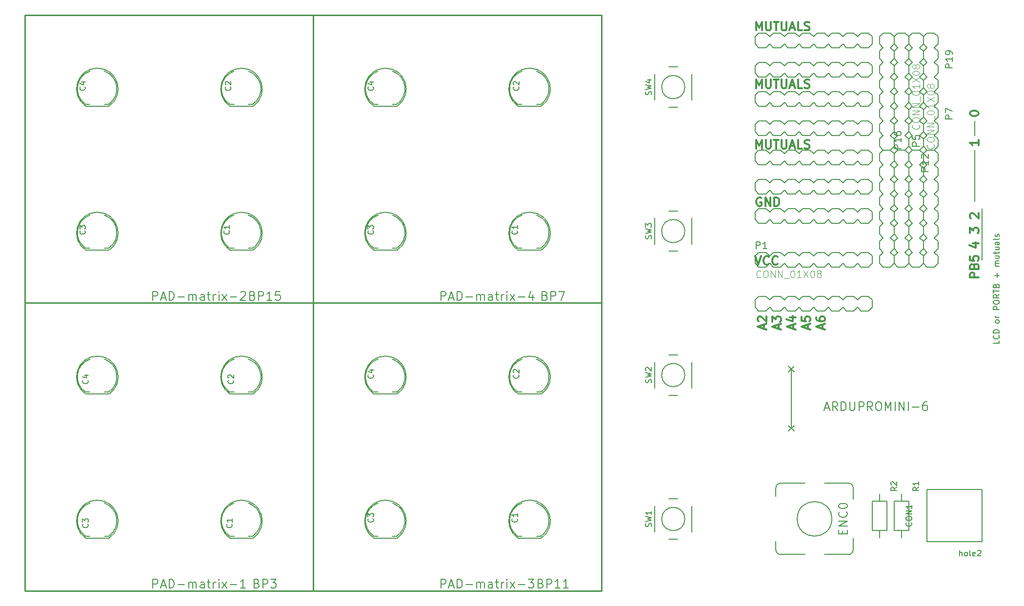
<source format=gto>
G04 #@! TF.FileFunction,Legend,Top*
%FSLAX46Y46*%
G04 Gerber Fmt 4.6, Leading zero omitted, Abs format (unit mm)*
G04 Created by KiCad (PCBNEW 4.0.4-stable) date 11/27/16 15:51:27*
%MOMM*%
%LPD*%
G01*
G04 APERTURE LIST*
%ADD10C,0.100000*%
%ADD11C,0.200000*%
%ADD12C,0.300000*%
%ADD13C,0.150000*%
%ADD14C,0.203200*%
%ADD15C,0.254000*%
%ADD16C,0.127000*%
%ADD17C,0.101600*%
%ADD18C,0.152400*%
G04 APERTURE END LIST*
D10*
D11*
X224790000Y-83820000D02*
X224790000Y-74930000D01*
X224790000Y-72390000D02*
X224790000Y-69850000D01*
X226060000Y-85090000D02*
X226060000Y-93980000D01*
D12*
X223968571Y-68651428D02*
X223968571Y-68508571D01*
X224040000Y-68365714D01*
X224111429Y-68294285D01*
X224254286Y-68222856D01*
X224540000Y-68151428D01*
X224897143Y-68151428D01*
X225182857Y-68222856D01*
X225325714Y-68294285D01*
X225397143Y-68365714D01*
X225468571Y-68508571D01*
X225468571Y-68651428D01*
X225397143Y-68794285D01*
X225325714Y-68865714D01*
X225182857Y-68937142D01*
X224897143Y-69008571D01*
X224540000Y-69008571D01*
X224254286Y-68937142D01*
X224111429Y-68865714D01*
X224040000Y-68794285D01*
X223968571Y-68651428D01*
X225468571Y-73231428D02*
X225468571Y-74088571D01*
X225468571Y-73659999D02*
X223968571Y-73659999D01*
X224182857Y-73802856D01*
X224325714Y-73945714D01*
X224397143Y-74088571D01*
X224111429Y-86788571D02*
X224040000Y-86717142D01*
X223968571Y-86574285D01*
X223968571Y-86217142D01*
X224040000Y-86074285D01*
X224111429Y-86002856D01*
X224254286Y-85931428D01*
X224397143Y-85931428D01*
X224611429Y-86002856D01*
X225468571Y-86859999D01*
X225468571Y-85931428D01*
X223968571Y-89399999D02*
X223968571Y-88471428D01*
X224540000Y-88971428D01*
X224540000Y-88757142D01*
X224611429Y-88614285D01*
X224682857Y-88542856D01*
X224825714Y-88471428D01*
X225182857Y-88471428D01*
X225325714Y-88542856D01*
X225397143Y-88614285D01*
X225468571Y-88757142D01*
X225468571Y-89185714D01*
X225397143Y-89328571D01*
X225325714Y-89399999D01*
X224468571Y-91154285D02*
X225468571Y-91154285D01*
X223897143Y-91511428D02*
X224968571Y-91868571D01*
X224968571Y-90939999D01*
X225468571Y-97107142D02*
X223968571Y-97107142D01*
X223968571Y-96535714D01*
X224040000Y-96392856D01*
X224111429Y-96321428D01*
X224254286Y-96249999D01*
X224468571Y-96249999D01*
X224611429Y-96321428D01*
X224682857Y-96392856D01*
X224754286Y-96535714D01*
X224754286Y-97107142D01*
X224682857Y-95107142D02*
X224754286Y-94892856D01*
X224825714Y-94821428D01*
X224968571Y-94749999D01*
X225182857Y-94749999D01*
X225325714Y-94821428D01*
X225397143Y-94892856D01*
X225468571Y-95035714D01*
X225468571Y-95607142D01*
X223968571Y-95607142D01*
X223968571Y-95107142D01*
X224040000Y-94964285D01*
X224111429Y-94892856D01*
X224254286Y-94821428D01*
X224397143Y-94821428D01*
X224540000Y-94892856D01*
X224611429Y-94964285D01*
X224682857Y-95107142D01*
X224682857Y-95607142D01*
X223968571Y-93392856D02*
X223968571Y-94107142D01*
X224682857Y-94178571D01*
X224611429Y-94107142D01*
X224540000Y-93964285D01*
X224540000Y-93607142D01*
X224611429Y-93464285D01*
X224682857Y-93392856D01*
X224825714Y-93321428D01*
X225182857Y-93321428D01*
X225325714Y-93392856D01*
X225397143Y-93464285D01*
X225468571Y-93607142D01*
X225468571Y-93964285D01*
X225397143Y-94107142D01*
X225325714Y-94178571D01*
X188210000Y-106001428D02*
X188210000Y-105287142D01*
X188638571Y-106144285D02*
X187138571Y-105644285D01*
X188638571Y-105144285D01*
X187281429Y-104715714D02*
X187210000Y-104644285D01*
X187138571Y-104501428D01*
X187138571Y-104144285D01*
X187210000Y-104001428D01*
X187281429Y-103929999D01*
X187424286Y-103858571D01*
X187567143Y-103858571D01*
X187781429Y-103929999D01*
X188638571Y-104787142D01*
X188638571Y-103858571D01*
X190750000Y-106001428D02*
X190750000Y-105287142D01*
X191178571Y-106144285D02*
X189678571Y-105644285D01*
X191178571Y-105144285D01*
X189678571Y-104787142D02*
X189678571Y-103858571D01*
X190250000Y-104358571D01*
X190250000Y-104144285D01*
X190321429Y-104001428D01*
X190392857Y-103929999D01*
X190535714Y-103858571D01*
X190892857Y-103858571D01*
X191035714Y-103929999D01*
X191107143Y-104001428D01*
X191178571Y-104144285D01*
X191178571Y-104572857D01*
X191107143Y-104715714D01*
X191035714Y-104787142D01*
X193290000Y-106001428D02*
X193290000Y-105287142D01*
X193718571Y-106144285D02*
X192218571Y-105644285D01*
X193718571Y-105144285D01*
X192718571Y-104001428D02*
X193718571Y-104001428D01*
X192147143Y-104358571D02*
X193218571Y-104715714D01*
X193218571Y-103787142D01*
X195830000Y-106001428D02*
X195830000Y-105287142D01*
X196258571Y-106144285D02*
X194758571Y-105644285D01*
X196258571Y-105144285D01*
X194758571Y-103929999D02*
X194758571Y-104644285D01*
X195472857Y-104715714D01*
X195401429Y-104644285D01*
X195330000Y-104501428D01*
X195330000Y-104144285D01*
X195401429Y-104001428D01*
X195472857Y-103929999D01*
X195615714Y-103858571D01*
X195972857Y-103858571D01*
X196115714Y-103929999D01*
X196187143Y-104001428D01*
X196258571Y-104144285D01*
X196258571Y-104501428D01*
X196187143Y-104644285D01*
X196115714Y-104715714D01*
X198370000Y-106001428D02*
X198370000Y-105287142D01*
X198798571Y-106144285D02*
X197298571Y-105644285D01*
X198798571Y-105144285D01*
X197298571Y-104001428D02*
X197298571Y-104287142D01*
X197370000Y-104429999D01*
X197441429Y-104501428D01*
X197655714Y-104644285D01*
X197941429Y-104715714D01*
X198512857Y-104715714D01*
X198655714Y-104644285D01*
X198727143Y-104572857D01*
X198798571Y-104429999D01*
X198798571Y-104144285D01*
X198727143Y-104001428D01*
X198655714Y-103929999D01*
X198512857Y-103858571D01*
X198155714Y-103858571D01*
X198012857Y-103929999D01*
X197941429Y-104001428D01*
X197870000Y-104144285D01*
X197870000Y-104429999D01*
X197941429Y-104572857D01*
X198012857Y-104644285D01*
X198155714Y-104715714D01*
X186742857Y-93378571D02*
X187242857Y-94878571D01*
X187742857Y-93378571D01*
X189100000Y-94735714D02*
X189028571Y-94807143D01*
X188814285Y-94878571D01*
X188671428Y-94878571D01*
X188457143Y-94807143D01*
X188314285Y-94664286D01*
X188242857Y-94521429D01*
X188171428Y-94235714D01*
X188171428Y-94021429D01*
X188242857Y-93735714D01*
X188314285Y-93592857D01*
X188457143Y-93450000D01*
X188671428Y-93378571D01*
X188814285Y-93378571D01*
X189028571Y-93450000D01*
X189100000Y-93521429D01*
X190600000Y-94735714D02*
X190528571Y-94807143D01*
X190314285Y-94878571D01*
X190171428Y-94878571D01*
X189957143Y-94807143D01*
X189814285Y-94664286D01*
X189742857Y-94521429D01*
X189671428Y-94235714D01*
X189671428Y-94021429D01*
X189742857Y-93735714D01*
X189814285Y-93592857D01*
X189957143Y-93450000D01*
X190171428Y-93378571D01*
X190314285Y-93378571D01*
X190528571Y-93450000D01*
X190600000Y-93521429D01*
X187742857Y-83250000D02*
X187600000Y-83178571D01*
X187385714Y-83178571D01*
X187171429Y-83250000D01*
X187028571Y-83392857D01*
X186957143Y-83535714D01*
X186885714Y-83821429D01*
X186885714Y-84035714D01*
X186957143Y-84321429D01*
X187028571Y-84464286D01*
X187171429Y-84607143D01*
X187385714Y-84678571D01*
X187528571Y-84678571D01*
X187742857Y-84607143D01*
X187814286Y-84535714D01*
X187814286Y-84035714D01*
X187528571Y-84035714D01*
X188457143Y-84678571D02*
X188457143Y-83178571D01*
X189314286Y-84678571D01*
X189314286Y-83178571D01*
X190028572Y-84678571D02*
X190028572Y-83178571D01*
X190385715Y-83178571D01*
X190600000Y-83250000D01*
X190742858Y-83392857D01*
X190814286Y-83535714D01*
X190885715Y-83821429D01*
X190885715Y-84035714D01*
X190814286Y-84321429D01*
X190742858Y-84464286D01*
X190600000Y-84607143D01*
X190385715Y-84678571D01*
X190028572Y-84678571D01*
X186857143Y-74678571D02*
X186857143Y-73178571D01*
X187357143Y-74250000D01*
X187857143Y-73178571D01*
X187857143Y-74678571D01*
X188571429Y-73178571D02*
X188571429Y-74392857D01*
X188642857Y-74535714D01*
X188714286Y-74607143D01*
X188857143Y-74678571D01*
X189142857Y-74678571D01*
X189285715Y-74607143D01*
X189357143Y-74535714D01*
X189428572Y-74392857D01*
X189428572Y-73178571D01*
X189928572Y-73178571D02*
X190785715Y-73178571D01*
X190357144Y-74678571D02*
X190357144Y-73178571D01*
X191285715Y-73178571D02*
X191285715Y-74392857D01*
X191357143Y-74535714D01*
X191428572Y-74607143D01*
X191571429Y-74678571D01*
X191857143Y-74678571D01*
X192000001Y-74607143D01*
X192071429Y-74535714D01*
X192142858Y-74392857D01*
X192142858Y-73178571D01*
X192785715Y-74250000D02*
X193500001Y-74250000D01*
X192642858Y-74678571D02*
X193142858Y-73178571D01*
X193642858Y-74678571D01*
X194857144Y-74678571D02*
X194142858Y-74678571D01*
X194142858Y-73178571D01*
X195285715Y-74607143D02*
X195500001Y-74678571D01*
X195857144Y-74678571D01*
X196000001Y-74607143D01*
X196071430Y-74535714D01*
X196142858Y-74392857D01*
X196142858Y-74250000D01*
X196071430Y-74107143D01*
X196000001Y-74035714D01*
X195857144Y-73964286D01*
X195571430Y-73892857D01*
X195428572Y-73821429D01*
X195357144Y-73750000D01*
X195285715Y-73607143D01*
X195285715Y-73464286D01*
X195357144Y-73321429D01*
X195428572Y-73250000D01*
X195571430Y-73178571D01*
X195928572Y-73178571D01*
X196142858Y-73250000D01*
X186857143Y-64178571D02*
X186857143Y-62678571D01*
X187357143Y-63750000D01*
X187857143Y-62678571D01*
X187857143Y-64178571D01*
X188571429Y-62678571D02*
X188571429Y-63892857D01*
X188642857Y-64035714D01*
X188714286Y-64107143D01*
X188857143Y-64178571D01*
X189142857Y-64178571D01*
X189285715Y-64107143D01*
X189357143Y-64035714D01*
X189428572Y-63892857D01*
X189428572Y-62678571D01*
X189928572Y-62678571D02*
X190785715Y-62678571D01*
X190357144Y-64178571D02*
X190357144Y-62678571D01*
X191285715Y-62678571D02*
X191285715Y-63892857D01*
X191357143Y-64035714D01*
X191428572Y-64107143D01*
X191571429Y-64178571D01*
X191857143Y-64178571D01*
X192000001Y-64107143D01*
X192071429Y-64035714D01*
X192142858Y-63892857D01*
X192142858Y-62678571D01*
X192785715Y-63750000D02*
X193500001Y-63750000D01*
X192642858Y-64178571D02*
X193142858Y-62678571D01*
X193642858Y-64178571D01*
X194857144Y-64178571D02*
X194142858Y-64178571D01*
X194142858Y-62678571D01*
X195285715Y-64107143D02*
X195500001Y-64178571D01*
X195857144Y-64178571D01*
X196000001Y-64107143D01*
X196071430Y-64035714D01*
X196142858Y-63892857D01*
X196142858Y-63750000D01*
X196071430Y-63607143D01*
X196000001Y-63535714D01*
X195857144Y-63464286D01*
X195571430Y-63392857D01*
X195428572Y-63321429D01*
X195357144Y-63250000D01*
X195285715Y-63107143D01*
X195285715Y-62964286D01*
X195357144Y-62821429D01*
X195428572Y-62750000D01*
X195571430Y-62678571D01*
X195928572Y-62678571D01*
X196142858Y-62750000D01*
X186857143Y-54178571D02*
X186857143Y-52678571D01*
X187357143Y-53750000D01*
X187857143Y-52678571D01*
X187857143Y-54178571D01*
X188571429Y-52678571D02*
X188571429Y-53892857D01*
X188642857Y-54035714D01*
X188714286Y-54107143D01*
X188857143Y-54178571D01*
X189142857Y-54178571D01*
X189285715Y-54107143D01*
X189357143Y-54035714D01*
X189428572Y-53892857D01*
X189428572Y-52678571D01*
X189928572Y-52678571D02*
X190785715Y-52678571D01*
X190357144Y-54178571D02*
X190357144Y-52678571D01*
X191285715Y-52678571D02*
X191285715Y-53892857D01*
X191357143Y-54035714D01*
X191428572Y-54107143D01*
X191571429Y-54178571D01*
X191857143Y-54178571D01*
X192000001Y-54107143D01*
X192071429Y-54035714D01*
X192142858Y-53892857D01*
X192142858Y-52678571D01*
X192785715Y-53750000D02*
X193500001Y-53750000D01*
X192642858Y-54178571D02*
X193142858Y-52678571D01*
X193642858Y-54178571D01*
X194857144Y-54178571D02*
X194142858Y-54178571D01*
X194142858Y-52678571D01*
X195285715Y-54107143D02*
X195500001Y-54178571D01*
X195857144Y-54178571D01*
X196000001Y-54107143D01*
X196071430Y-54035714D01*
X196142858Y-53892857D01*
X196142858Y-53750000D01*
X196071430Y-53607143D01*
X196000001Y-53535714D01*
X195857144Y-53464286D01*
X195571430Y-53392857D01*
X195428572Y-53321429D01*
X195357144Y-53250000D01*
X195285715Y-53107143D01*
X195285715Y-52964286D01*
X195357144Y-52821429D01*
X195428572Y-52750000D01*
X195571430Y-52678571D01*
X195928572Y-52678571D01*
X196142858Y-52750000D01*
D13*
X193460000Y-113520000D02*
X192460000Y-112520000D01*
X192460000Y-113520000D02*
X193460000Y-112520000D01*
X192960000Y-123270000D02*
X192960000Y-113020000D01*
X192460000Y-123770000D02*
X193460000Y-122770000D01*
X193460000Y-123770000D02*
X192460000Y-122770000D01*
X226060000Y-142930880D02*
X226060000Y-133929120D01*
X226020000Y-133930000D02*
X216519760Y-133929120D01*
X216519760Y-133929120D02*
X216519760Y-142930880D01*
X216519760Y-142930880D02*
X226020000Y-142930000D01*
D14*
X213360000Y-70485000D02*
X213360000Y-71755000D01*
X213360000Y-71755000D02*
X212725000Y-72390000D01*
X211455000Y-72390000D02*
X210820000Y-71755000D01*
X212725000Y-67310000D02*
X213360000Y-67945000D01*
X213360000Y-67945000D02*
X213360000Y-69215000D01*
X213360000Y-69215000D02*
X212725000Y-69850000D01*
X211455000Y-69850000D02*
X210820000Y-69215000D01*
X210820000Y-69215000D02*
X210820000Y-67945000D01*
X210820000Y-67945000D02*
X211455000Y-67310000D01*
X213360000Y-70485000D02*
X212725000Y-69850000D01*
X211455000Y-69850000D02*
X210820000Y-70485000D01*
X210820000Y-71755000D02*
X210820000Y-70485000D01*
X213360000Y-62865000D02*
X213360000Y-64135000D01*
X213360000Y-64135000D02*
X212725000Y-64770000D01*
X211455000Y-64770000D02*
X210820000Y-64135000D01*
X212725000Y-64770000D02*
X213360000Y-65405000D01*
X213360000Y-65405000D02*
X213360000Y-66675000D01*
X213360000Y-66675000D02*
X212725000Y-67310000D01*
X211455000Y-67310000D02*
X210820000Y-66675000D01*
X210820000Y-66675000D02*
X210820000Y-65405000D01*
X210820000Y-65405000D02*
X211455000Y-64770000D01*
X212725000Y-59690000D02*
X213360000Y-60325000D01*
X213360000Y-60325000D02*
X213360000Y-61595000D01*
X213360000Y-61595000D02*
X212725000Y-62230000D01*
X211455000Y-62230000D02*
X210820000Y-61595000D01*
X210820000Y-61595000D02*
X210820000Y-60325000D01*
X210820000Y-60325000D02*
X211455000Y-59690000D01*
X213360000Y-62865000D02*
X212725000Y-62230000D01*
X211455000Y-62230000D02*
X210820000Y-62865000D01*
X210820000Y-64135000D02*
X210820000Y-62865000D01*
X213360000Y-55245000D02*
X213360000Y-56515000D01*
X213360000Y-56515000D02*
X212725000Y-57150000D01*
X211455000Y-57150000D02*
X210820000Y-56515000D01*
X212725000Y-57150000D02*
X213360000Y-57785000D01*
X213360000Y-57785000D02*
X213360000Y-59055000D01*
X213360000Y-59055000D02*
X212725000Y-59690000D01*
X211455000Y-59690000D02*
X210820000Y-59055000D01*
X210820000Y-59055000D02*
X210820000Y-57785000D01*
X210820000Y-57785000D02*
X211455000Y-57150000D01*
X212725000Y-54610000D02*
X211455000Y-54610000D01*
X213360000Y-55245000D02*
X212725000Y-54610000D01*
X211455000Y-54610000D02*
X210820000Y-55245000D01*
X210820000Y-56515000D02*
X210820000Y-55245000D01*
X213360000Y-73025000D02*
X213360000Y-74295000D01*
X213360000Y-74295000D02*
X212725000Y-74930000D01*
X212725000Y-74930000D02*
X211455000Y-74930000D01*
X211455000Y-74930000D02*
X210820000Y-74295000D01*
X213360000Y-73025000D02*
X212725000Y-72390000D01*
X211455000Y-72390000D02*
X210820000Y-73025000D01*
X210820000Y-74295000D02*
X210820000Y-73025000D01*
X208280000Y-59055000D02*
X208280000Y-57785000D01*
X208280000Y-57785000D02*
X208915000Y-57150000D01*
X210185000Y-57150000D02*
X210820000Y-57785000D01*
X208915000Y-62230000D02*
X208280000Y-61595000D01*
X208280000Y-61595000D02*
X208280000Y-60325000D01*
X208280000Y-60325000D02*
X208915000Y-59690000D01*
X210185000Y-59690000D02*
X210820000Y-60325000D01*
X210820000Y-60325000D02*
X210820000Y-61595000D01*
X210820000Y-61595000D02*
X210185000Y-62230000D01*
X208280000Y-59055000D02*
X208915000Y-59690000D01*
X210185000Y-59690000D02*
X210820000Y-59055000D01*
X210820000Y-57785000D02*
X210820000Y-59055000D01*
X208280000Y-66675000D02*
X208280000Y-65405000D01*
X208280000Y-65405000D02*
X208915000Y-64770000D01*
X210185000Y-64770000D02*
X210820000Y-65405000D01*
X208915000Y-64770000D02*
X208280000Y-64135000D01*
X208280000Y-64135000D02*
X208280000Y-62865000D01*
X208280000Y-62865000D02*
X208915000Y-62230000D01*
X210185000Y-62230000D02*
X210820000Y-62865000D01*
X210820000Y-62865000D02*
X210820000Y-64135000D01*
X210820000Y-64135000D02*
X210185000Y-64770000D01*
X208915000Y-69850000D02*
X208280000Y-69215000D01*
X208280000Y-69215000D02*
X208280000Y-67945000D01*
X208280000Y-67945000D02*
X208915000Y-67310000D01*
X210185000Y-67310000D02*
X210820000Y-67945000D01*
X210820000Y-67945000D02*
X210820000Y-69215000D01*
X210820000Y-69215000D02*
X210185000Y-69850000D01*
X208280000Y-66675000D02*
X208915000Y-67310000D01*
X210185000Y-67310000D02*
X210820000Y-66675000D01*
X210820000Y-65405000D02*
X210820000Y-66675000D01*
X208280000Y-74295000D02*
X208280000Y-73025000D01*
X208280000Y-73025000D02*
X208915000Y-72390000D01*
X210185000Y-72390000D02*
X210820000Y-73025000D01*
X208915000Y-72390000D02*
X208280000Y-71755000D01*
X208280000Y-71755000D02*
X208280000Y-70485000D01*
X208280000Y-70485000D02*
X208915000Y-69850000D01*
X210185000Y-69850000D02*
X210820000Y-70485000D01*
X210820000Y-70485000D02*
X210820000Y-71755000D01*
X210820000Y-71755000D02*
X210185000Y-72390000D01*
X208915000Y-74930000D02*
X210185000Y-74930000D01*
X208280000Y-74295000D02*
X208915000Y-74930000D01*
X210185000Y-74930000D02*
X210820000Y-74295000D01*
X210820000Y-73025000D02*
X210820000Y-74295000D01*
X208280000Y-56515000D02*
X208280000Y-55245000D01*
X208280000Y-55245000D02*
X208915000Y-54610000D01*
X208915000Y-54610000D02*
X210185000Y-54610000D01*
X210185000Y-54610000D02*
X210820000Y-55245000D01*
X208280000Y-56515000D02*
X208915000Y-57150000D01*
X210185000Y-57150000D02*
X210820000Y-56515000D01*
X210820000Y-55245000D02*
X210820000Y-56515000D01*
D13*
X174497564Y-139020000D02*
G75*
G03X174497564Y-139020000I-2015564J0D01*
G01*
X175732000Y-141270000D02*
X175732000Y-136770000D01*
X171732000Y-142520000D02*
X173232000Y-142520000D01*
X169232000Y-136770000D02*
X169232000Y-141270000D01*
X173232000Y-135520000D02*
X171732000Y-135520000D01*
X174497564Y-114020000D02*
G75*
G03X174497564Y-114020000I-2015564J0D01*
G01*
X175732000Y-116270000D02*
X175732000Y-111770000D01*
X171732000Y-117520000D02*
X173232000Y-117520000D01*
X169232000Y-111770000D02*
X169232000Y-116270000D01*
X173232000Y-110520000D02*
X171732000Y-110520000D01*
X174497564Y-89020000D02*
G75*
G03X174497564Y-89020000I-2015564J0D01*
G01*
X175732000Y-91270000D02*
X175732000Y-86770000D01*
X171732000Y-92520000D02*
X173232000Y-92520000D01*
X169232000Y-86770000D02*
X169232000Y-91270000D01*
X173232000Y-85520000D02*
X171732000Y-85520000D01*
X174497564Y-64020000D02*
G75*
G03X174497564Y-64020000I-2015564J0D01*
G01*
X175732000Y-66270000D02*
X175732000Y-61770000D01*
X171732000Y-67520000D02*
X173232000Y-67520000D01*
X169232000Y-61770000D02*
X169232000Y-66270000D01*
X173232000Y-60520000D02*
X171732000Y-60520000D01*
D14*
X213360000Y-90805000D02*
X213360000Y-92075000D01*
X213360000Y-92075000D02*
X212725000Y-92710000D01*
X211455000Y-92710000D02*
X210820000Y-92075000D01*
X212725000Y-87630000D02*
X213360000Y-88265000D01*
X213360000Y-88265000D02*
X213360000Y-89535000D01*
X213360000Y-89535000D02*
X212725000Y-90170000D01*
X211455000Y-90170000D02*
X210820000Y-89535000D01*
X210820000Y-89535000D02*
X210820000Y-88265000D01*
X210820000Y-88265000D02*
X211455000Y-87630000D01*
X213360000Y-90805000D02*
X212725000Y-90170000D01*
X211455000Y-90170000D02*
X210820000Y-90805000D01*
X210820000Y-92075000D02*
X210820000Y-90805000D01*
X213360000Y-83185000D02*
X213360000Y-84455000D01*
X213360000Y-84455000D02*
X212725000Y-85090000D01*
X211455000Y-85090000D02*
X210820000Y-84455000D01*
X212725000Y-85090000D02*
X213360000Y-85725000D01*
X213360000Y-85725000D02*
X213360000Y-86995000D01*
X213360000Y-86995000D02*
X212725000Y-87630000D01*
X211455000Y-87630000D02*
X210820000Y-86995000D01*
X210820000Y-86995000D02*
X210820000Y-85725000D01*
X210820000Y-85725000D02*
X211455000Y-85090000D01*
X212725000Y-80010000D02*
X213360000Y-80645000D01*
X213360000Y-80645000D02*
X213360000Y-81915000D01*
X213360000Y-81915000D02*
X212725000Y-82550000D01*
X211455000Y-82550000D02*
X210820000Y-81915000D01*
X210820000Y-81915000D02*
X210820000Y-80645000D01*
X210820000Y-80645000D02*
X211455000Y-80010000D01*
X213360000Y-83185000D02*
X212725000Y-82550000D01*
X211455000Y-82550000D02*
X210820000Y-83185000D01*
X210820000Y-84455000D02*
X210820000Y-83185000D01*
X213360000Y-75565000D02*
X213360000Y-76835000D01*
X213360000Y-76835000D02*
X212725000Y-77470000D01*
X211455000Y-77470000D02*
X210820000Y-76835000D01*
X212725000Y-77470000D02*
X213360000Y-78105000D01*
X213360000Y-78105000D02*
X213360000Y-79375000D01*
X213360000Y-79375000D02*
X212725000Y-80010000D01*
X211455000Y-80010000D02*
X210820000Y-79375000D01*
X210820000Y-79375000D02*
X210820000Y-78105000D01*
X210820000Y-78105000D02*
X211455000Y-77470000D01*
X212725000Y-74930000D02*
X211455000Y-74930000D01*
X213360000Y-75565000D02*
X212725000Y-74930000D01*
X211455000Y-74930000D02*
X210820000Y-75565000D01*
X210820000Y-76835000D02*
X210820000Y-75565000D01*
X213360000Y-93345000D02*
X213360000Y-94615000D01*
X213360000Y-94615000D02*
X212725000Y-95250000D01*
X212725000Y-95250000D02*
X211455000Y-95250000D01*
X211455000Y-95250000D02*
X210820000Y-94615000D01*
X213360000Y-93345000D02*
X212725000Y-92710000D01*
X211455000Y-92710000D02*
X210820000Y-93345000D01*
X210820000Y-94615000D02*
X210820000Y-93345000D01*
X208280000Y-79375000D02*
X208280000Y-78105000D01*
X208280000Y-78105000D02*
X208915000Y-77470000D01*
X210185000Y-77470000D02*
X210820000Y-78105000D01*
X208915000Y-82550000D02*
X208280000Y-81915000D01*
X208280000Y-81915000D02*
X208280000Y-80645000D01*
X208280000Y-80645000D02*
X208915000Y-80010000D01*
X210185000Y-80010000D02*
X210820000Y-80645000D01*
X210820000Y-80645000D02*
X210820000Y-81915000D01*
X210820000Y-81915000D02*
X210185000Y-82550000D01*
X208280000Y-79375000D02*
X208915000Y-80010000D01*
X210185000Y-80010000D02*
X210820000Y-79375000D01*
X210820000Y-78105000D02*
X210820000Y-79375000D01*
X208280000Y-86995000D02*
X208280000Y-85725000D01*
X208280000Y-85725000D02*
X208915000Y-85090000D01*
X210185000Y-85090000D02*
X210820000Y-85725000D01*
X208915000Y-85090000D02*
X208280000Y-84455000D01*
X208280000Y-84455000D02*
X208280000Y-83185000D01*
X208280000Y-83185000D02*
X208915000Y-82550000D01*
X210185000Y-82550000D02*
X210820000Y-83185000D01*
X210820000Y-83185000D02*
X210820000Y-84455000D01*
X210820000Y-84455000D02*
X210185000Y-85090000D01*
X208915000Y-90170000D02*
X208280000Y-89535000D01*
X208280000Y-89535000D02*
X208280000Y-88265000D01*
X208280000Y-88265000D02*
X208915000Y-87630000D01*
X210185000Y-87630000D02*
X210820000Y-88265000D01*
X210820000Y-88265000D02*
X210820000Y-89535000D01*
X210820000Y-89535000D02*
X210185000Y-90170000D01*
X208280000Y-86995000D02*
X208915000Y-87630000D01*
X210185000Y-87630000D02*
X210820000Y-86995000D01*
X210820000Y-85725000D02*
X210820000Y-86995000D01*
X208280000Y-94615000D02*
X208280000Y-93345000D01*
X208280000Y-93345000D02*
X208915000Y-92710000D01*
X210185000Y-92710000D02*
X210820000Y-93345000D01*
X208915000Y-92710000D02*
X208280000Y-92075000D01*
X208280000Y-92075000D02*
X208280000Y-90805000D01*
X208280000Y-90805000D02*
X208915000Y-90170000D01*
X210185000Y-90170000D02*
X210820000Y-90805000D01*
X210820000Y-90805000D02*
X210820000Y-92075000D01*
X210820000Y-92075000D02*
X210185000Y-92710000D01*
X208915000Y-95250000D02*
X210185000Y-95250000D01*
X208280000Y-94615000D02*
X208915000Y-95250000D01*
X210185000Y-95250000D02*
X210820000Y-94615000D01*
X210820000Y-93345000D02*
X210820000Y-94615000D01*
X208280000Y-76835000D02*
X208280000Y-75565000D01*
X208280000Y-75565000D02*
X208915000Y-74930000D01*
X208915000Y-74930000D02*
X210185000Y-74930000D01*
X210185000Y-74930000D02*
X210820000Y-75565000D01*
X208280000Y-76835000D02*
X208915000Y-77470000D01*
X210185000Y-77470000D02*
X210820000Y-76835000D01*
X210820000Y-75565000D02*
X210820000Y-76835000D01*
X202565000Y-74930000D02*
X203835000Y-74930000D01*
X203835000Y-74930000D02*
X204470000Y-75565000D01*
X204470000Y-76835000D02*
X203835000Y-77470000D01*
X199390000Y-75565000D02*
X200025000Y-74930000D01*
X200025000Y-74930000D02*
X201295000Y-74930000D01*
X201295000Y-74930000D02*
X201930000Y-75565000D01*
X201930000Y-76835000D02*
X201295000Y-77470000D01*
X201295000Y-77470000D02*
X200025000Y-77470000D01*
X200025000Y-77470000D02*
X199390000Y-76835000D01*
X202565000Y-74930000D02*
X201930000Y-75565000D01*
X201930000Y-76835000D02*
X202565000Y-77470000D01*
X203835000Y-77470000D02*
X202565000Y-77470000D01*
X194945000Y-74930000D02*
X196215000Y-74930000D01*
X196215000Y-74930000D02*
X196850000Y-75565000D01*
X196850000Y-76835000D02*
X196215000Y-77470000D01*
X196850000Y-75565000D02*
X197485000Y-74930000D01*
X197485000Y-74930000D02*
X198755000Y-74930000D01*
X198755000Y-74930000D02*
X199390000Y-75565000D01*
X199390000Y-76835000D02*
X198755000Y-77470000D01*
X198755000Y-77470000D02*
X197485000Y-77470000D01*
X197485000Y-77470000D02*
X196850000Y-76835000D01*
X191770000Y-75565000D02*
X192405000Y-74930000D01*
X192405000Y-74930000D02*
X193675000Y-74930000D01*
X193675000Y-74930000D02*
X194310000Y-75565000D01*
X194310000Y-76835000D02*
X193675000Y-77470000D01*
X193675000Y-77470000D02*
X192405000Y-77470000D01*
X192405000Y-77470000D02*
X191770000Y-76835000D01*
X194945000Y-74930000D02*
X194310000Y-75565000D01*
X194310000Y-76835000D02*
X194945000Y-77470000D01*
X196215000Y-77470000D02*
X194945000Y-77470000D01*
X187325000Y-74930000D02*
X188595000Y-74930000D01*
X188595000Y-74930000D02*
X189230000Y-75565000D01*
X189230000Y-76835000D02*
X188595000Y-77470000D01*
X189230000Y-75565000D02*
X189865000Y-74930000D01*
X189865000Y-74930000D02*
X191135000Y-74930000D01*
X191135000Y-74930000D02*
X191770000Y-75565000D01*
X191770000Y-76835000D02*
X191135000Y-77470000D01*
X191135000Y-77470000D02*
X189865000Y-77470000D01*
X189865000Y-77470000D02*
X189230000Y-76835000D01*
X186690000Y-75565000D02*
X186690000Y-76835000D01*
X187325000Y-74930000D02*
X186690000Y-75565000D01*
X186690000Y-76835000D02*
X187325000Y-77470000D01*
X188595000Y-77470000D02*
X187325000Y-77470000D01*
X205105000Y-74930000D02*
X206375000Y-74930000D01*
X206375000Y-74930000D02*
X207010000Y-75565000D01*
X207010000Y-75565000D02*
X207010000Y-76835000D01*
X207010000Y-76835000D02*
X206375000Y-77470000D01*
X205105000Y-74930000D02*
X204470000Y-75565000D01*
X204470000Y-76835000D02*
X205105000Y-77470000D01*
X206375000Y-77470000D02*
X205105000Y-77470000D01*
X191135000Y-82550000D02*
X189865000Y-82550000D01*
X189865000Y-82550000D02*
X189230000Y-81915000D01*
X189230000Y-80645000D02*
X189865000Y-80010000D01*
X194310000Y-81915000D02*
X193675000Y-82550000D01*
X193675000Y-82550000D02*
X192405000Y-82550000D01*
X192405000Y-82550000D02*
X191770000Y-81915000D01*
X191770000Y-80645000D02*
X192405000Y-80010000D01*
X192405000Y-80010000D02*
X193675000Y-80010000D01*
X193675000Y-80010000D02*
X194310000Y-80645000D01*
X191135000Y-82550000D02*
X191770000Y-81915000D01*
X191770000Y-80645000D02*
X191135000Y-80010000D01*
X189865000Y-80010000D02*
X191135000Y-80010000D01*
X198755000Y-82550000D02*
X197485000Y-82550000D01*
X197485000Y-82550000D02*
X196850000Y-81915000D01*
X196850000Y-80645000D02*
X197485000Y-80010000D01*
X196850000Y-81915000D02*
X196215000Y-82550000D01*
X196215000Y-82550000D02*
X194945000Y-82550000D01*
X194945000Y-82550000D02*
X194310000Y-81915000D01*
X194310000Y-80645000D02*
X194945000Y-80010000D01*
X194945000Y-80010000D02*
X196215000Y-80010000D01*
X196215000Y-80010000D02*
X196850000Y-80645000D01*
X201930000Y-81915000D02*
X201295000Y-82550000D01*
X201295000Y-82550000D02*
X200025000Y-82550000D01*
X200025000Y-82550000D02*
X199390000Y-81915000D01*
X199390000Y-80645000D02*
X200025000Y-80010000D01*
X200025000Y-80010000D02*
X201295000Y-80010000D01*
X201295000Y-80010000D02*
X201930000Y-80645000D01*
X198755000Y-82550000D02*
X199390000Y-81915000D01*
X199390000Y-80645000D02*
X198755000Y-80010000D01*
X197485000Y-80010000D02*
X198755000Y-80010000D01*
X206375000Y-82550000D02*
X205105000Y-82550000D01*
X205105000Y-82550000D02*
X204470000Y-81915000D01*
X204470000Y-80645000D02*
X205105000Y-80010000D01*
X204470000Y-81915000D02*
X203835000Y-82550000D01*
X203835000Y-82550000D02*
X202565000Y-82550000D01*
X202565000Y-82550000D02*
X201930000Y-81915000D01*
X201930000Y-80645000D02*
X202565000Y-80010000D01*
X202565000Y-80010000D02*
X203835000Y-80010000D01*
X203835000Y-80010000D02*
X204470000Y-80645000D01*
X207010000Y-81915000D02*
X207010000Y-80645000D01*
X206375000Y-82550000D02*
X207010000Y-81915000D01*
X207010000Y-80645000D02*
X206375000Y-80010000D01*
X205105000Y-80010000D02*
X206375000Y-80010000D01*
X188595000Y-82550000D02*
X187325000Y-82550000D01*
X187325000Y-82550000D02*
X186690000Y-81915000D01*
X186690000Y-81915000D02*
X186690000Y-80645000D01*
X186690000Y-80645000D02*
X187325000Y-80010000D01*
X188595000Y-82550000D02*
X189230000Y-81915000D01*
X189230000Y-80645000D02*
X188595000Y-80010000D01*
X187325000Y-80010000D02*
X188595000Y-80010000D01*
X213360000Y-79375000D02*
X213360000Y-78105000D01*
X213360000Y-78105000D02*
X213995000Y-77470000D01*
X215265000Y-77470000D02*
X215900000Y-78105000D01*
X213995000Y-82550000D02*
X213360000Y-81915000D01*
X213360000Y-81915000D02*
X213360000Y-80645000D01*
X213360000Y-80645000D02*
X213995000Y-80010000D01*
X215265000Y-80010000D02*
X215900000Y-80645000D01*
X215900000Y-80645000D02*
X215900000Y-81915000D01*
X215900000Y-81915000D02*
X215265000Y-82550000D01*
X213360000Y-79375000D02*
X213995000Y-80010000D01*
X215265000Y-80010000D02*
X215900000Y-79375000D01*
X215900000Y-78105000D02*
X215900000Y-79375000D01*
X213360000Y-86995000D02*
X213360000Y-85725000D01*
X213360000Y-85725000D02*
X213995000Y-85090000D01*
X215265000Y-85090000D02*
X215900000Y-85725000D01*
X213995000Y-85090000D02*
X213360000Y-84455000D01*
X213360000Y-84455000D02*
X213360000Y-83185000D01*
X213360000Y-83185000D02*
X213995000Y-82550000D01*
X215265000Y-82550000D02*
X215900000Y-83185000D01*
X215900000Y-83185000D02*
X215900000Y-84455000D01*
X215900000Y-84455000D02*
X215265000Y-85090000D01*
X213995000Y-90170000D02*
X213360000Y-89535000D01*
X213360000Y-89535000D02*
X213360000Y-88265000D01*
X213360000Y-88265000D02*
X213995000Y-87630000D01*
X215265000Y-87630000D02*
X215900000Y-88265000D01*
X215900000Y-88265000D02*
X215900000Y-89535000D01*
X215900000Y-89535000D02*
X215265000Y-90170000D01*
X213360000Y-86995000D02*
X213995000Y-87630000D01*
X215265000Y-87630000D02*
X215900000Y-86995000D01*
X215900000Y-85725000D02*
X215900000Y-86995000D01*
X213360000Y-94615000D02*
X213360000Y-93345000D01*
X213360000Y-93345000D02*
X213995000Y-92710000D01*
X215265000Y-92710000D02*
X215900000Y-93345000D01*
X213995000Y-92710000D02*
X213360000Y-92075000D01*
X213360000Y-92075000D02*
X213360000Y-90805000D01*
X213360000Y-90805000D02*
X213995000Y-90170000D01*
X215265000Y-90170000D02*
X215900000Y-90805000D01*
X215900000Y-90805000D02*
X215900000Y-92075000D01*
X215900000Y-92075000D02*
X215265000Y-92710000D01*
X213995000Y-95250000D02*
X215265000Y-95250000D01*
X213360000Y-94615000D02*
X213995000Y-95250000D01*
X215265000Y-95250000D02*
X215900000Y-94615000D01*
X215900000Y-93345000D02*
X215900000Y-94615000D01*
X213360000Y-76835000D02*
X213360000Y-75565000D01*
X213360000Y-75565000D02*
X213995000Y-74930000D01*
X213995000Y-74930000D02*
X215265000Y-74930000D01*
X215265000Y-74930000D02*
X215900000Y-75565000D01*
X213360000Y-76835000D02*
X213995000Y-77470000D01*
X215265000Y-77470000D02*
X215900000Y-76835000D01*
X215900000Y-75565000D02*
X215900000Y-76835000D01*
X218440000Y-90805000D02*
X218440000Y-92075000D01*
X218440000Y-92075000D02*
X217805000Y-92710000D01*
X216535000Y-92710000D02*
X215900000Y-92075000D01*
X217805000Y-87630000D02*
X218440000Y-88265000D01*
X218440000Y-88265000D02*
X218440000Y-89535000D01*
X218440000Y-89535000D02*
X217805000Y-90170000D01*
X216535000Y-90170000D02*
X215900000Y-89535000D01*
X215900000Y-89535000D02*
X215900000Y-88265000D01*
X215900000Y-88265000D02*
X216535000Y-87630000D01*
X218440000Y-90805000D02*
X217805000Y-90170000D01*
X216535000Y-90170000D02*
X215900000Y-90805000D01*
X215900000Y-92075000D02*
X215900000Y-90805000D01*
X218440000Y-83185000D02*
X218440000Y-84455000D01*
X218440000Y-84455000D02*
X217805000Y-85090000D01*
X216535000Y-85090000D02*
X215900000Y-84455000D01*
X217805000Y-85090000D02*
X218440000Y-85725000D01*
X218440000Y-85725000D02*
X218440000Y-86995000D01*
X218440000Y-86995000D02*
X217805000Y-87630000D01*
X216535000Y-87630000D02*
X215900000Y-86995000D01*
X215900000Y-86995000D02*
X215900000Y-85725000D01*
X215900000Y-85725000D02*
X216535000Y-85090000D01*
X217805000Y-80010000D02*
X218440000Y-80645000D01*
X218440000Y-80645000D02*
X218440000Y-81915000D01*
X218440000Y-81915000D02*
X217805000Y-82550000D01*
X216535000Y-82550000D02*
X215900000Y-81915000D01*
X215900000Y-81915000D02*
X215900000Y-80645000D01*
X215900000Y-80645000D02*
X216535000Y-80010000D01*
X218440000Y-83185000D02*
X217805000Y-82550000D01*
X216535000Y-82550000D02*
X215900000Y-83185000D01*
X215900000Y-84455000D02*
X215900000Y-83185000D01*
X218440000Y-75565000D02*
X218440000Y-76835000D01*
X218440000Y-76835000D02*
X217805000Y-77470000D01*
X216535000Y-77470000D02*
X215900000Y-76835000D01*
X217805000Y-77470000D02*
X218440000Y-78105000D01*
X218440000Y-78105000D02*
X218440000Y-79375000D01*
X218440000Y-79375000D02*
X217805000Y-80010000D01*
X216535000Y-80010000D02*
X215900000Y-79375000D01*
X215900000Y-79375000D02*
X215900000Y-78105000D01*
X215900000Y-78105000D02*
X216535000Y-77470000D01*
X217805000Y-74930000D02*
X216535000Y-74930000D01*
X218440000Y-75565000D02*
X217805000Y-74930000D01*
X216535000Y-74930000D02*
X215900000Y-75565000D01*
X215900000Y-76835000D02*
X215900000Y-75565000D01*
X218440000Y-93345000D02*
X218440000Y-94615000D01*
X218440000Y-94615000D02*
X217805000Y-95250000D01*
X217805000Y-95250000D02*
X216535000Y-95250000D01*
X216535000Y-95250000D02*
X215900000Y-94615000D01*
X218440000Y-93345000D02*
X217805000Y-92710000D01*
X216535000Y-92710000D02*
X215900000Y-93345000D01*
X215900000Y-94615000D02*
X215900000Y-93345000D01*
X191135000Y-62230000D02*
X189865000Y-62230000D01*
X189865000Y-62230000D02*
X189230000Y-61595000D01*
X189230000Y-60325000D02*
X189865000Y-59690000D01*
X194310000Y-61595000D02*
X193675000Y-62230000D01*
X193675000Y-62230000D02*
X192405000Y-62230000D01*
X192405000Y-62230000D02*
X191770000Y-61595000D01*
X191770000Y-60325000D02*
X192405000Y-59690000D01*
X192405000Y-59690000D02*
X193675000Y-59690000D01*
X193675000Y-59690000D02*
X194310000Y-60325000D01*
X191135000Y-62230000D02*
X191770000Y-61595000D01*
X191770000Y-60325000D02*
X191135000Y-59690000D01*
X189865000Y-59690000D02*
X191135000Y-59690000D01*
X198755000Y-62230000D02*
X197485000Y-62230000D01*
X197485000Y-62230000D02*
X196850000Y-61595000D01*
X196850000Y-60325000D02*
X197485000Y-59690000D01*
X196850000Y-61595000D02*
X196215000Y-62230000D01*
X196215000Y-62230000D02*
X194945000Y-62230000D01*
X194945000Y-62230000D02*
X194310000Y-61595000D01*
X194310000Y-60325000D02*
X194945000Y-59690000D01*
X194945000Y-59690000D02*
X196215000Y-59690000D01*
X196215000Y-59690000D02*
X196850000Y-60325000D01*
X201930000Y-61595000D02*
X201295000Y-62230000D01*
X201295000Y-62230000D02*
X200025000Y-62230000D01*
X200025000Y-62230000D02*
X199390000Y-61595000D01*
X199390000Y-60325000D02*
X200025000Y-59690000D01*
X200025000Y-59690000D02*
X201295000Y-59690000D01*
X201295000Y-59690000D02*
X201930000Y-60325000D01*
X198755000Y-62230000D02*
X199390000Y-61595000D01*
X199390000Y-60325000D02*
X198755000Y-59690000D01*
X197485000Y-59690000D02*
X198755000Y-59690000D01*
X206375000Y-62230000D02*
X205105000Y-62230000D01*
X205105000Y-62230000D02*
X204470000Y-61595000D01*
X204470000Y-60325000D02*
X205105000Y-59690000D01*
X204470000Y-61595000D02*
X203835000Y-62230000D01*
X203835000Y-62230000D02*
X202565000Y-62230000D01*
X202565000Y-62230000D02*
X201930000Y-61595000D01*
X201930000Y-60325000D02*
X202565000Y-59690000D01*
X202565000Y-59690000D02*
X203835000Y-59690000D01*
X203835000Y-59690000D02*
X204470000Y-60325000D01*
X207010000Y-61595000D02*
X207010000Y-60325000D01*
X206375000Y-62230000D02*
X207010000Y-61595000D01*
X207010000Y-60325000D02*
X206375000Y-59690000D01*
X205105000Y-59690000D02*
X206375000Y-59690000D01*
X188595000Y-62230000D02*
X187325000Y-62230000D01*
X187325000Y-62230000D02*
X186690000Y-61595000D01*
X186690000Y-61595000D02*
X186690000Y-60325000D01*
X186690000Y-60325000D02*
X187325000Y-59690000D01*
X188595000Y-62230000D02*
X189230000Y-61595000D01*
X189230000Y-60325000D02*
X188595000Y-59690000D01*
X187325000Y-59690000D02*
X188595000Y-59690000D01*
X202565000Y-54610000D02*
X203835000Y-54610000D01*
X203835000Y-54610000D02*
X204470000Y-55245000D01*
X204470000Y-56515000D02*
X203835000Y-57150000D01*
X199390000Y-55245000D02*
X200025000Y-54610000D01*
X200025000Y-54610000D02*
X201295000Y-54610000D01*
X201295000Y-54610000D02*
X201930000Y-55245000D01*
X201930000Y-56515000D02*
X201295000Y-57150000D01*
X201295000Y-57150000D02*
X200025000Y-57150000D01*
X200025000Y-57150000D02*
X199390000Y-56515000D01*
X202565000Y-54610000D02*
X201930000Y-55245000D01*
X201930000Y-56515000D02*
X202565000Y-57150000D01*
X203835000Y-57150000D02*
X202565000Y-57150000D01*
X194945000Y-54610000D02*
X196215000Y-54610000D01*
X196215000Y-54610000D02*
X196850000Y-55245000D01*
X196850000Y-56515000D02*
X196215000Y-57150000D01*
X196850000Y-55245000D02*
X197485000Y-54610000D01*
X197485000Y-54610000D02*
X198755000Y-54610000D01*
X198755000Y-54610000D02*
X199390000Y-55245000D01*
X199390000Y-56515000D02*
X198755000Y-57150000D01*
X198755000Y-57150000D02*
X197485000Y-57150000D01*
X197485000Y-57150000D02*
X196850000Y-56515000D01*
X191770000Y-55245000D02*
X192405000Y-54610000D01*
X192405000Y-54610000D02*
X193675000Y-54610000D01*
X193675000Y-54610000D02*
X194310000Y-55245000D01*
X194310000Y-56515000D02*
X193675000Y-57150000D01*
X193675000Y-57150000D02*
X192405000Y-57150000D01*
X192405000Y-57150000D02*
X191770000Y-56515000D01*
X194945000Y-54610000D02*
X194310000Y-55245000D01*
X194310000Y-56515000D02*
X194945000Y-57150000D01*
X196215000Y-57150000D02*
X194945000Y-57150000D01*
X187325000Y-54610000D02*
X188595000Y-54610000D01*
X188595000Y-54610000D02*
X189230000Y-55245000D01*
X189230000Y-56515000D02*
X188595000Y-57150000D01*
X189230000Y-55245000D02*
X189865000Y-54610000D01*
X189865000Y-54610000D02*
X191135000Y-54610000D01*
X191135000Y-54610000D02*
X191770000Y-55245000D01*
X191770000Y-56515000D02*
X191135000Y-57150000D01*
X191135000Y-57150000D02*
X189865000Y-57150000D01*
X189865000Y-57150000D02*
X189230000Y-56515000D01*
X186690000Y-55245000D02*
X186690000Y-56515000D01*
X187325000Y-54610000D02*
X186690000Y-55245000D01*
X186690000Y-56515000D02*
X187325000Y-57150000D01*
X188595000Y-57150000D02*
X187325000Y-57150000D01*
X205105000Y-54610000D02*
X206375000Y-54610000D01*
X206375000Y-54610000D02*
X207010000Y-55245000D01*
X207010000Y-55245000D02*
X207010000Y-56515000D01*
X207010000Y-56515000D02*
X206375000Y-57150000D01*
X205105000Y-54610000D02*
X204470000Y-55245000D01*
X204470000Y-56515000D02*
X205105000Y-57150000D01*
X206375000Y-57150000D02*
X205105000Y-57150000D01*
X218440000Y-70485000D02*
X218440000Y-71755000D01*
X218440000Y-71755000D02*
X217805000Y-72390000D01*
X216535000Y-72390000D02*
X215900000Y-71755000D01*
X217805000Y-67310000D02*
X218440000Y-67945000D01*
X218440000Y-67945000D02*
X218440000Y-69215000D01*
X218440000Y-69215000D02*
X217805000Y-69850000D01*
X216535000Y-69850000D02*
X215900000Y-69215000D01*
X215900000Y-69215000D02*
X215900000Y-67945000D01*
X215900000Y-67945000D02*
X216535000Y-67310000D01*
X218440000Y-70485000D02*
X217805000Y-69850000D01*
X216535000Y-69850000D02*
X215900000Y-70485000D01*
X215900000Y-71755000D02*
X215900000Y-70485000D01*
X218440000Y-62865000D02*
X218440000Y-64135000D01*
X218440000Y-64135000D02*
X217805000Y-64770000D01*
X216535000Y-64770000D02*
X215900000Y-64135000D01*
X217805000Y-64770000D02*
X218440000Y-65405000D01*
X218440000Y-65405000D02*
X218440000Y-66675000D01*
X218440000Y-66675000D02*
X217805000Y-67310000D01*
X216535000Y-67310000D02*
X215900000Y-66675000D01*
X215900000Y-66675000D02*
X215900000Y-65405000D01*
X215900000Y-65405000D02*
X216535000Y-64770000D01*
X217805000Y-59690000D02*
X218440000Y-60325000D01*
X218440000Y-60325000D02*
X218440000Y-61595000D01*
X218440000Y-61595000D02*
X217805000Y-62230000D01*
X216535000Y-62230000D02*
X215900000Y-61595000D01*
X215900000Y-61595000D02*
X215900000Y-60325000D01*
X215900000Y-60325000D02*
X216535000Y-59690000D01*
X218440000Y-62865000D02*
X217805000Y-62230000D01*
X216535000Y-62230000D02*
X215900000Y-62865000D01*
X215900000Y-64135000D02*
X215900000Y-62865000D01*
X218440000Y-55245000D02*
X218440000Y-56515000D01*
X218440000Y-56515000D02*
X217805000Y-57150000D01*
X216535000Y-57150000D02*
X215900000Y-56515000D01*
X217805000Y-57150000D02*
X218440000Y-57785000D01*
X218440000Y-57785000D02*
X218440000Y-59055000D01*
X218440000Y-59055000D02*
X217805000Y-59690000D01*
X216535000Y-59690000D02*
X215900000Y-59055000D01*
X215900000Y-59055000D02*
X215900000Y-57785000D01*
X215900000Y-57785000D02*
X216535000Y-57150000D01*
X217805000Y-54610000D02*
X216535000Y-54610000D01*
X218440000Y-55245000D02*
X217805000Y-54610000D01*
X216535000Y-54610000D02*
X215900000Y-55245000D01*
X215900000Y-56515000D02*
X215900000Y-55245000D01*
X218440000Y-73025000D02*
X218440000Y-74295000D01*
X218440000Y-74295000D02*
X217805000Y-74930000D01*
X217805000Y-74930000D02*
X216535000Y-74930000D01*
X216535000Y-74930000D02*
X215900000Y-74295000D01*
X218440000Y-73025000D02*
X217805000Y-72390000D01*
X216535000Y-72390000D02*
X215900000Y-73025000D01*
X215900000Y-74295000D02*
X215900000Y-73025000D01*
X213360000Y-59055000D02*
X213360000Y-57785000D01*
X213360000Y-57785000D02*
X213995000Y-57150000D01*
X215265000Y-57150000D02*
X215900000Y-57785000D01*
X213995000Y-62230000D02*
X213360000Y-61595000D01*
X213360000Y-61595000D02*
X213360000Y-60325000D01*
X213360000Y-60325000D02*
X213995000Y-59690000D01*
X215265000Y-59690000D02*
X215900000Y-60325000D01*
X215900000Y-60325000D02*
X215900000Y-61595000D01*
X215900000Y-61595000D02*
X215265000Y-62230000D01*
X213360000Y-59055000D02*
X213995000Y-59690000D01*
X215265000Y-59690000D02*
X215900000Y-59055000D01*
X215900000Y-57785000D02*
X215900000Y-59055000D01*
X213360000Y-66675000D02*
X213360000Y-65405000D01*
X213360000Y-65405000D02*
X213995000Y-64770000D01*
X215265000Y-64770000D02*
X215900000Y-65405000D01*
X213995000Y-64770000D02*
X213360000Y-64135000D01*
X213360000Y-64135000D02*
X213360000Y-62865000D01*
X213360000Y-62865000D02*
X213995000Y-62230000D01*
X215265000Y-62230000D02*
X215900000Y-62865000D01*
X215900000Y-62865000D02*
X215900000Y-64135000D01*
X215900000Y-64135000D02*
X215265000Y-64770000D01*
X213995000Y-69850000D02*
X213360000Y-69215000D01*
X213360000Y-69215000D02*
X213360000Y-67945000D01*
X213360000Y-67945000D02*
X213995000Y-67310000D01*
X215265000Y-67310000D02*
X215900000Y-67945000D01*
X215900000Y-67945000D02*
X215900000Y-69215000D01*
X215900000Y-69215000D02*
X215265000Y-69850000D01*
X213360000Y-66675000D02*
X213995000Y-67310000D01*
X215265000Y-67310000D02*
X215900000Y-66675000D01*
X215900000Y-65405000D02*
X215900000Y-66675000D01*
X213360000Y-74295000D02*
X213360000Y-73025000D01*
X213360000Y-73025000D02*
X213995000Y-72390000D01*
X215265000Y-72390000D02*
X215900000Y-73025000D01*
X213995000Y-72390000D02*
X213360000Y-71755000D01*
X213360000Y-71755000D02*
X213360000Y-70485000D01*
X213360000Y-70485000D02*
X213995000Y-69850000D01*
X215265000Y-69850000D02*
X215900000Y-70485000D01*
X215900000Y-70485000D02*
X215900000Y-71755000D01*
X215900000Y-71755000D02*
X215265000Y-72390000D01*
X213995000Y-74930000D02*
X215265000Y-74930000D01*
X213360000Y-74295000D02*
X213995000Y-74930000D01*
X215265000Y-74930000D02*
X215900000Y-74295000D01*
X215900000Y-73025000D02*
X215900000Y-74295000D01*
X213360000Y-56515000D02*
X213360000Y-55245000D01*
X213360000Y-55245000D02*
X213995000Y-54610000D01*
X213995000Y-54610000D02*
X215265000Y-54610000D01*
X215265000Y-54610000D02*
X215900000Y-55245000D01*
X213360000Y-56515000D02*
X213995000Y-57150000D01*
X215265000Y-57150000D02*
X215900000Y-56515000D01*
X215900000Y-55245000D02*
X215900000Y-56515000D01*
X191135000Y-67310000D02*
X189865000Y-67310000D01*
X189865000Y-67310000D02*
X189230000Y-66675000D01*
X189230000Y-65405000D02*
X189865000Y-64770000D01*
X194310000Y-66675000D02*
X193675000Y-67310000D01*
X193675000Y-67310000D02*
X192405000Y-67310000D01*
X192405000Y-67310000D02*
X191770000Y-66675000D01*
X191770000Y-65405000D02*
X192405000Y-64770000D01*
X192405000Y-64770000D02*
X193675000Y-64770000D01*
X193675000Y-64770000D02*
X194310000Y-65405000D01*
X191135000Y-67310000D02*
X191770000Y-66675000D01*
X191770000Y-65405000D02*
X191135000Y-64770000D01*
X189865000Y-64770000D02*
X191135000Y-64770000D01*
X198755000Y-67310000D02*
X197485000Y-67310000D01*
X197485000Y-67310000D02*
X196850000Y-66675000D01*
X196850000Y-65405000D02*
X197485000Y-64770000D01*
X196850000Y-66675000D02*
X196215000Y-67310000D01*
X196215000Y-67310000D02*
X194945000Y-67310000D01*
X194945000Y-67310000D02*
X194310000Y-66675000D01*
X194310000Y-65405000D02*
X194945000Y-64770000D01*
X194945000Y-64770000D02*
X196215000Y-64770000D01*
X196215000Y-64770000D02*
X196850000Y-65405000D01*
X201930000Y-66675000D02*
X201295000Y-67310000D01*
X201295000Y-67310000D02*
X200025000Y-67310000D01*
X200025000Y-67310000D02*
X199390000Y-66675000D01*
X199390000Y-65405000D02*
X200025000Y-64770000D01*
X200025000Y-64770000D02*
X201295000Y-64770000D01*
X201295000Y-64770000D02*
X201930000Y-65405000D01*
X198755000Y-67310000D02*
X199390000Y-66675000D01*
X199390000Y-65405000D02*
X198755000Y-64770000D01*
X197485000Y-64770000D02*
X198755000Y-64770000D01*
X206375000Y-67310000D02*
X205105000Y-67310000D01*
X205105000Y-67310000D02*
X204470000Y-66675000D01*
X204470000Y-65405000D02*
X205105000Y-64770000D01*
X204470000Y-66675000D02*
X203835000Y-67310000D01*
X203835000Y-67310000D02*
X202565000Y-67310000D01*
X202565000Y-67310000D02*
X201930000Y-66675000D01*
X201930000Y-65405000D02*
X202565000Y-64770000D01*
X202565000Y-64770000D02*
X203835000Y-64770000D01*
X203835000Y-64770000D02*
X204470000Y-65405000D01*
X207010000Y-66675000D02*
X207010000Y-65405000D01*
X206375000Y-67310000D02*
X207010000Y-66675000D01*
X207010000Y-65405000D02*
X206375000Y-64770000D01*
X205105000Y-64770000D02*
X206375000Y-64770000D01*
X188595000Y-67310000D02*
X187325000Y-67310000D01*
X187325000Y-67310000D02*
X186690000Y-66675000D01*
X186690000Y-66675000D02*
X186690000Y-65405000D01*
X186690000Y-65405000D02*
X187325000Y-64770000D01*
X188595000Y-67310000D02*
X189230000Y-66675000D01*
X189230000Y-65405000D02*
X188595000Y-64770000D01*
X187325000Y-64770000D02*
X188595000Y-64770000D01*
X202565000Y-69850000D02*
X203835000Y-69850000D01*
X203835000Y-69850000D02*
X204470000Y-70485000D01*
X204470000Y-71755000D02*
X203835000Y-72390000D01*
X199390000Y-70485000D02*
X200025000Y-69850000D01*
X200025000Y-69850000D02*
X201295000Y-69850000D01*
X201295000Y-69850000D02*
X201930000Y-70485000D01*
X201930000Y-71755000D02*
X201295000Y-72390000D01*
X201295000Y-72390000D02*
X200025000Y-72390000D01*
X200025000Y-72390000D02*
X199390000Y-71755000D01*
X202565000Y-69850000D02*
X201930000Y-70485000D01*
X201930000Y-71755000D02*
X202565000Y-72390000D01*
X203835000Y-72390000D02*
X202565000Y-72390000D01*
X194945000Y-69850000D02*
X196215000Y-69850000D01*
X196215000Y-69850000D02*
X196850000Y-70485000D01*
X196850000Y-71755000D02*
X196215000Y-72390000D01*
X196850000Y-70485000D02*
X197485000Y-69850000D01*
X197485000Y-69850000D02*
X198755000Y-69850000D01*
X198755000Y-69850000D02*
X199390000Y-70485000D01*
X199390000Y-71755000D02*
X198755000Y-72390000D01*
X198755000Y-72390000D02*
X197485000Y-72390000D01*
X197485000Y-72390000D02*
X196850000Y-71755000D01*
X191770000Y-70485000D02*
X192405000Y-69850000D01*
X192405000Y-69850000D02*
X193675000Y-69850000D01*
X193675000Y-69850000D02*
X194310000Y-70485000D01*
X194310000Y-71755000D02*
X193675000Y-72390000D01*
X193675000Y-72390000D02*
X192405000Y-72390000D01*
X192405000Y-72390000D02*
X191770000Y-71755000D01*
X194945000Y-69850000D02*
X194310000Y-70485000D01*
X194310000Y-71755000D02*
X194945000Y-72390000D01*
X196215000Y-72390000D02*
X194945000Y-72390000D01*
X187325000Y-69850000D02*
X188595000Y-69850000D01*
X188595000Y-69850000D02*
X189230000Y-70485000D01*
X189230000Y-71755000D02*
X188595000Y-72390000D01*
X189230000Y-70485000D02*
X189865000Y-69850000D01*
X189865000Y-69850000D02*
X191135000Y-69850000D01*
X191135000Y-69850000D02*
X191770000Y-70485000D01*
X191770000Y-71755000D02*
X191135000Y-72390000D01*
X191135000Y-72390000D02*
X189865000Y-72390000D01*
X189865000Y-72390000D02*
X189230000Y-71755000D01*
X186690000Y-70485000D02*
X186690000Y-71755000D01*
X187325000Y-69850000D02*
X186690000Y-70485000D01*
X186690000Y-71755000D02*
X187325000Y-72390000D01*
X188595000Y-72390000D02*
X187325000Y-72390000D01*
X205105000Y-69850000D02*
X206375000Y-69850000D01*
X206375000Y-69850000D02*
X207010000Y-70485000D01*
X207010000Y-70485000D02*
X207010000Y-71755000D01*
X207010000Y-71755000D02*
X206375000Y-72390000D01*
X205105000Y-69850000D02*
X204470000Y-70485000D01*
X204470000Y-71755000D02*
X205105000Y-72390000D01*
X206375000Y-72390000D02*
X205105000Y-72390000D01*
X202565000Y-85090000D02*
X203835000Y-85090000D01*
X203835000Y-85090000D02*
X204470000Y-85725000D01*
X204470000Y-86995000D02*
X203835000Y-87630000D01*
X199390000Y-85725000D02*
X200025000Y-85090000D01*
X200025000Y-85090000D02*
X201295000Y-85090000D01*
X201295000Y-85090000D02*
X201930000Y-85725000D01*
X201930000Y-86995000D02*
X201295000Y-87630000D01*
X201295000Y-87630000D02*
X200025000Y-87630000D01*
X200025000Y-87630000D02*
X199390000Y-86995000D01*
X202565000Y-85090000D02*
X201930000Y-85725000D01*
X201930000Y-86995000D02*
X202565000Y-87630000D01*
X203835000Y-87630000D02*
X202565000Y-87630000D01*
X194945000Y-85090000D02*
X196215000Y-85090000D01*
X196215000Y-85090000D02*
X196850000Y-85725000D01*
X196850000Y-86995000D02*
X196215000Y-87630000D01*
X196850000Y-85725000D02*
X197485000Y-85090000D01*
X197485000Y-85090000D02*
X198755000Y-85090000D01*
X198755000Y-85090000D02*
X199390000Y-85725000D01*
X199390000Y-86995000D02*
X198755000Y-87630000D01*
X198755000Y-87630000D02*
X197485000Y-87630000D01*
X197485000Y-87630000D02*
X196850000Y-86995000D01*
X191770000Y-85725000D02*
X192405000Y-85090000D01*
X192405000Y-85090000D02*
X193675000Y-85090000D01*
X193675000Y-85090000D02*
X194310000Y-85725000D01*
X194310000Y-86995000D02*
X193675000Y-87630000D01*
X193675000Y-87630000D02*
X192405000Y-87630000D01*
X192405000Y-87630000D02*
X191770000Y-86995000D01*
X194945000Y-85090000D02*
X194310000Y-85725000D01*
X194310000Y-86995000D02*
X194945000Y-87630000D01*
X196215000Y-87630000D02*
X194945000Y-87630000D01*
X187325000Y-85090000D02*
X188595000Y-85090000D01*
X188595000Y-85090000D02*
X189230000Y-85725000D01*
X189230000Y-86995000D02*
X188595000Y-87630000D01*
X189230000Y-85725000D02*
X189865000Y-85090000D01*
X189865000Y-85090000D02*
X191135000Y-85090000D01*
X191135000Y-85090000D02*
X191770000Y-85725000D01*
X191770000Y-86995000D02*
X191135000Y-87630000D01*
X191135000Y-87630000D02*
X189865000Y-87630000D01*
X189865000Y-87630000D02*
X189230000Y-86995000D01*
X186690000Y-85725000D02*
X186690000Y-86995000D01*
X187325000Y-85090000D02*
X186690000Y-85725000D01*
X186690000Y-86995000D02*
X187325000Y-87630000D01*
X188595000Y-87630000D02*
X187325000Y-87630000D01*
X205105000Y-85090000D02*
X206375000Y-85090000D01*
X206375000Y-85090000D02*
X207010000Y-85725000D01*
X207010000Y-85725000D02*
X207010000Y-86995000D01*
X207010000Y-86995000D02*
X206375000Y-87630000D01*
X205105000Y-85090000D02*
X204470000Y-85725000D01*
X204470000Y-86995000D02*
X205105000Y-87630000D01*
X206375000Y-87630000D02*
X205105000Y-87630000D01*
X202565000Y-100330000D02*
X203835000Y-100330000D01*
X203835000Y-100330000D02*
X204470000Y-100965000D01*
X204470000Y-102235000D02*
X203835000Y-102870000D01*
X199390000Y-100965000D02*
X200025000Y-100330000D01*
X200025000Y-100330000D02*
X201295000Y-100330000D01*
X201295000Y-100330000D02*
X201930000Y-100965000D01*
X201930000Y-102235000D02*
X201295000Y-102870000D01*
X201295000Y-102870000D02*
X200025000Y-102870000D01*
X200025000Y-102870000D02*
X199390000Y-102235000D01*
X202565000Y-100330000D02*
X201930000Y-100965000D01*
X201930000Y-102235000D02*
X202565000Y-102870000D01*
X203835000Y-102870000D02*
X202565000Y-102870000D01*
X194945000Y-100330000D02*
X196215000Y-100330000D01*
X196215000Y-100330000D02*
X196850000Y-100965000D01*
X196850000Y-102235000D02*
X196215000Y-102870000D01*
X196850000Y-100965000D02*
X197485000Y-100330000D01*
X197485000Y-100330000D02*
X198755000Y-100330000D01*
X198755000Y-100330000D02*
X199390000Y-100965000D01*
X199390000Y-102235000D02*
X198755000Y-102870000D01*
X198755000Y-102870000D02*
X197485000Y-102870000D01*
X197485000Y-102870000D02*
X196850000Y-102235000D01*
X191770000Y-100965000D02*
X192405000Y-100330000D01*
X192405000Y-100330000D02*
X193675000Y-100330000D01*
X193675000Y-100330000D02*
X194310000Y-100965000D01*
X194310000Y-102235000D02*
X193675000Y-102870000D01*
X193675000Y-102870000D02*
X192405000Y-102870000D01*
X192405000Y-102870000D02*
X191770000Y-102235000D01*
X194945000Y-100330000D02*
X194310000Y-100965000D01*
X194310000Y-102235000D02*
X194945000Y-102870000D01*
X196215000Y-102870000D02*
X194945000Y-102870000D01*
X187325000Y-100330000D02*
X188595000Y-100330000D01*
X188595000Y-100330000D02*
X189230000Y-100965000D01*
X189230000Y-102235000D02*
X188595000Y-102870000D01*
X189230000Y-100965000D02*
X189865000Y-100330000D01*
X189865000Y-100330000D02*
X191135000Y-100330000D01*
X191135000Y-100330000D02*
X191770000Y-100965000D01*
X191770000Y-102235000D02*
X191135000Y-102870000D01*
X191135000Y-102870000D02*
X189865000Y-102870000D01*
X189865000Y-102870000D02*
X189230000Y-102235000D01*
X186690000Y-100965000D02*
X186690000Y-102235000D01*
X187325000Y-100330000D02*
X186690000Y-100965000D01*
X186690000Y-102235000D02*
X187325000Y-102870000D01*
X188595000Y-102870000D02*
X187325000Y-102870000D01*
X205105000Y-100330000D02*
X206375000Y-100330000D01*
X206375000Y-100330000D02*
X207010000Y-100965000D01*
X207010000Y-100965000D02*
X207010000Y-102235000D01*
X207010000Y-102235000D02*
X206375000Y-102870000D01*
X205105000Y-100330000D02*
X204470000Y-100965000D01*
X204470000Y-102235000D02*
X205105000Y-102870000D01*
X206375000Y-102870000D02*
X205105000Y-102870000D01*
D13*
X213360000Y-135890000D02*
X213360000Y-140970000D01*
X213360000Y-140970000D02*
X210820000Y-140970000D01*
X210820000Y-140970000D02*
X210820000Y-135890000D01*
X210820000Y-135890000D02*
X213360000Y-135890000D01*
X212090000Y-135890000D02*
X212090000Y-134620000D01*
X212090000Y-140970000D02*
X212090000Y-142240000D01*
X207010000Y-140970000D02*
X207010000Y-135890000D01*
X207010000Y-135890000D02*
X209550000Y-135890000D01*
X209550000Y-135890000D02*
X209550000Y-140970000D01*
X209550000Y-140970000D02*
X207010000Y-140970000D01*
X208280000Y-140970000D02*
X208280000Y-142240000D01*
X208280000Y-135890000D02*
X208280000Y-134620000D01*
D15*
X160000000Y-101500000D02*
X110000000Y-101500000D01*
X110000000Y-101500000D02*
X110000000Y-51500000D01*
X110000000Y-51500000D02*
X160000000Y-51500000D01*
X160000000Y-51500000D02*
X160000000Y-101500000D01*
D14*
X123750002Y-86250001D02*
G75*
G02X124500000Y-92000000I-1062501J-3062499D01*
G01*
X121250000Y-86250000D02*
G75*
G03X120500000Y-92000000I1062500J-3062500D01*
G01*
X120500000Y-92000000D02*
X121250000Y-92000000D01*
X124500000Y-92000000D02*
X123750000Y-92000000D01*
X123750002Y-61250001D02*
G75*
G02X124500000Y-67000000I-1062501J-3062499D01*
G01*
X121250000Y-61250000D02*
G75*
G03X120500000Y-67000000I1062500J-3062500D01*
G01*
X120500000Y-67000000D02*
X121250000Y-67000000D01*
X124500000Y-67000000D02*
X123750000Y-67000000D01*
X148750002Y-86250001D02*
G75*
G02X149500000Y-92000000I-1062501J-3062499D01*
G01*
X146250000Y-86250000D02*
G75*
G03X145500000Y-92000000I1062500J-3062500D01*
G01*
X145500000Y-92000000D02*
X146250000Y-92000000D01*
X149500000Y-92000000D02*
X148750000Y-92000000D01*
X148750002Y-61250001D02*
G75*
G02X149500000Y-67000000I-1062501J-3062499D01*
G01*
X146250000Y-61250000D02*
G75*
G03X145500000Y-67000000I1062500J-3062500D01*
G01*
X145500000Y-67000000D02*
X146250000Y-67000000D01*
X149500000Y-67000000D02*
X148750000Y-67000000D01*
D16*
X120535000Y-92354000D02*
X124535000Y-92354000D01*
X120535000Y-92354000D02*
G75*
G02X124535000Y-92354000I2000000J3000000D01*
G01*
X120535000Y-67335000D02*
X124535000Y-67335000D01*
X120535000Y-67335000D02*
G75*
G02X124535000Y-67335000I2000000J3000000D01*
G01*
X145554000Y-92354000D02*
X149554000Y-92354000D01*
X145554000Y-92354000D02*
G75*
G02X149554000Y-92354000I2000000J3000000D01*
G01*
X145554000Y-67335000D02*
X149554000Y-67335000D01*
X145554000Y-67335000D02*
G75*
G02X149554000Y-67335000I2000000J3000000D01*
G01*
D15*
X160000000Y-151500000D02*
X110000000Y-151500000D01*
X110000000Y-151500000D02*
X110000000Y-101500000D01*
X110000000Y-101500000D02*
X160000000Y-101500000D01*
X160000000Y-101500000D02*
X160000000Y-151500000D01*
D14*
X123750002Y-136250001D02*
G75*
G02X124500000Y-142000000I-1062501J-3062499D01*
G01*
X121250000Y-136250000D02*
G75*
G03X120500000Y-142000000I1062500J-3062500D01*
G01*
X120500000Y-142000000D02*
X121250000Y-142000000D01*
X124500000Y-142000000D02*
X123750000Y-142000000D01*
X123750002Y-111250001D02*
G75*
G02X124500000Y-117000000I-1062501J-3062499D01*
G01*
X121250000Y-111250000D02*
G75*
G03X120500000Y-117000000I1062500J-3062500D01*
G01*
X120500000Y-117000000D02*
X121250000Y-117000000D01*
X124500000Y-117000000D02*
X123750000Y-117000000D01*
X148750002Y-136250001D02*
G75*
G02X149500000Y-142000000I-1062501J-3062499D01*
G01*
X146250000Y-136250000D02*
G75*
G03X145500000Y-142000000I1062500J-3062500D01*
G01*
X145500000Y-142000000D02*
X146250000Y-142000000D01*
X149500000Y-142000000D02*
X148750000Y-142000000D01*
X148750002Y-111250001D02*
G75*
G02X149500000Y-117000000I-1062501J-3062499D01*
G01*
X146250000Y-111250000D02*
G75*
G03X145500000Y-117000000I1062500J-3062500D01*
G01*
X145500000Y-117000000D02*
X146250000Y-117000000D01*
X149500000Y-117000000D02*
X148750000Y-117000000D01*
D16*
X120535000Y-142354000D02*
X124535000Y-142354000D01*
X120535000Y-142354000D02*
G75*
G02X124535000Y-142354000I2000000J3000000D01*
G01*
X120535000Y-117335000D02*
X124535000Y-117335000D01*
X120535000Y-117335000D02*
G75*
G02X124535000Y-117335000I2000000J3000000D01*
G01*
X145554000Y-142354000D02*
X149554000Y-142354000D01*
X145554000Y-142354000D02*
G75*
G02X149554000Y-142354000I2000000J3000000D01*
G01*
X145554000Y-117335000D02*
X149554000Y-117335000D01*
X145554000Y-117335000D02*
G75*
G02X149554000Y-117335000I2000000J3000000D01*
G01*
D15*
X110000000Y-151500000D02*
X60000000Y-151500000D01*
X60000000Y-151500000D02*
X60000000Y-101500000D01*
X60000000Y-101500000D02*
X110000000Y-101500000D01*
X110000000Y-101500000D02*
X110000000Y-151500000D01*
D14*
X73750002Y-136250001D02*
G75*
G02X74500000Y-142000000I-1062501J-3062499D01*
G01*
X71250000Y-136250000D02*
G75*
G03X70500000Y-142000000I1062500J-3062500D01*
G01*
X70500000Y-142000000D02*
X71250000Y-142000000D01*
X74500000Y-142000000D02*
X73750000Y-142000000D01*
X73750002Y-111250001D02*
G75*
G02X74500000Y-117000000I-1062501J-3062499D01*
G01*
X71250000Y-111250000D02*
G75*
G03X70500000Y-117000000I1062500J-3062500D01*
G01*
X70500000Y-117000000D02*
X71250000Y-117000000D01*
X74500000Y-117000000D02*
X73750000Y-117000000D01*
X98750002Y-136250001D02*
G75*
G02X99500000Y-142000000I-1062501J-3062499D01*
G01*
X96250000Y-136250000D02*
G75*
G03X95500000Y-142000000I1062500J-3062500D01*
G01*
X95500000Y-142000000D02*
X96250000Y-142000000D01*
X99500000Y-142000000D02*
X98750000Y-142000000D01*
X98750002Y-111250001D02*
G75*
G02X99500000Y-117000000I-1062501J-3062499D01*
G01*
X96250000Y-111250000D02*
G75*
G03X95500000Y-117000000I1062500J-3062500D01*
G01*
X95500000Y-117000000D02*
X96250000Y-117000000D01*
X99500000Y-117000000D02*
X98750000Y-117000000D01*
D16*
X70535000Y-142354000D02*
X74535000Y-142354000D01*
X70535000Y-142354000D02*
G75*
G02X74535000Y-142354000I2000000J3000000D01*
G01*
X70535000Y-117335000D02*
X74535000Y-117335000D01*
X70535000Y-117335000D02*
G75*
G02X74535000Y-117335000I2000000J3000000D01*
G01*
X95554000Y-142354000D02*
X99554000Y-142354000D01*
X95554000Y-142354000D02*
G75*
G02X99554000Y-142354000I2000000J3000000D01*
G01*
X95554000Y-117335000D02*
X99554000Y-117335000D01*
X95554000Y-117335000D02*
G75*
G02X99554000Y-117335000I2000000J3000000D01*
G01*
D15*
X110000000Y-101500000D02*
X60000000Y-101500000D01*
X60000000Y-101500000D02*
X60000000Y-51500000D01*
X60000000Y-51500000D02*
X110000000Y-51500000D01*
X110000000Y-51500000D02*
X110000000Y-101500000D01*
D14*
X73750002Y-86250001D02*
G75*
G02X74500000Y-92000000I-1062501J-3062499D01*
G01*
X71250000Y-86250000D02*
G75*
G03X70500000Y-92000000I1062500J-3062500D01*
G01*
X70500000Y-92000000D02*
X71250000Y-92000000D01*
X74500000Y-92000000D02*
X73750000Y-92000000D01*
X73750002Y-61250001D02*
G75*
G02X74500000Y-67000000I-1062501J-3062499D01*
G01*
X71250000Y-61250000D02*
G75*
G03X70500000Y-67000000I1062500J-3062500D01*
G01*
X70500000Y-67000000D02*
X71250000Y-67000000D01*
X74500000Y-67000000D02*
X73750000Y-67000000D01*
X98750002Y-86250001D02*
G75*
G02X99500000Y-92000000I-1062501J-3062499D01*
G01*
X96250000Y-86250000D02*
G75*
G03X95500000Y-92000000I1062500J-3062500D01*
G01*
X95500000Y-92000000D02*
X96250000Y-92000000D01*
X99500000Y-92000000D02*
X98750000Y-92000000D01*
X98750002Y-61250001D02*
G75*
G02X99500000Y-67000000I-1062501J-3062499D01*
G01*
X96250000Y-61250000D02*
G75*
G03X95500000Y-67000000I1062500J-3062500D01*
G01*
X95500000Y-67000000D02*
X96250000Y-67000000D01*
X99500000Y-67000000D02*
X98750000Y-67000000D01*
D16*
X70535000Y-92354000D02*
X74535000Y-92354000D01*
X70535000Y-92354000D02*
G75*
G02X74535000Y-92354000I2000000J3000000D01*
G01*
X70535000Y-67335000D02*
X74535000Y-67335000D01*
X70535000Y-67335000D02*
G75*
G02X74535000Y-67335000I2000000J3000000D01*
G01*
X95554000Y-92354000D02*
X99554000Y-92354000D01*
X95554000Y-92354000D02*
G75*
G02X99554000Y-92354000I2000000J3000000D01*
G01*
X95554000Y-67335000D02*
X99554000Y-67335000D01*
X95554000Y-67335000D02*
G75*
G02X99554000Y-67335000I2000000J3000000D01*
G01*
D14*
X195300000Y-145200000D02*
X191106200Y-145200000D01*
X190300000Y-144393800D02*
G75*
G03X191106200Y-145200000I806200J0D01*
G01*
X190300000Y-144393800D02*
X190300000Y-142900000D01*
X190300000Y-133606200D02*
G75*
G02X191106200Y-132800000I806200J0D01*
G01*
X190300000Y-133606200D02*
X190300000Y-135100000D01*
X195300000Y-132800000D02*
X191106200Y-132800000D01*
X198700000Y-132800000D02*
X202893800Y-132800000D01*
X203700000Y-133606200D02*
G75*
G03X202893800Y-132800000I-806200J0D01*
G01*
X203700000Y-133606200D02*
X203700000Y-135600000D01*
X203700000Y-144393800D02*
G75*
G02X202893800Y-145200000I-806200J0D01*
G01*
X203700000Y-144393800D02*
X203700000Y-142400000D01*
X198700000Y-145200000D02*
X202893800Y-145200000D01*
X200000000Y-139000000D02*
G75*
G03X200000000Y-139000000I-3000000J0D01*
G01*
X202565000Y-92710000D02*
X203835000Y-92710000D01*
X203835000Y-92710000D02*
X204470000Y-93345000D01*
X204470000Y-94615000D02*
X203835000Y-95250000D01*
X199390000Y-93345000D02*
X200025000Y-92710000D01*
X200025000Y-92710000D02*
X201295000Y-92710000D01*
X201295000Y-92710000D02*
X201930000Y-93345000D01*
X201930000Y-94615000D02*
X201295000Y-95250000D01*
X201295000Y-95250000D02*
X200025000Y-95250000D01*
X200025000Y-95250000D02*
X199390000Y-94615000D01*
X202565000Y-92710000D02*
X201930000Y-93345000D01*
X201930000Y-94615000D02*
X202565000Y-95250000D01*
X203835000Y-95250000D02*
X202565000Y-95250000D01*
X194945000Y-92710000D02*
X196215000Y-92710000D01*
X196215000Y-92710000D02*
X196850000Y-93345000D01*
X196850000Y-94615000D02*
X196215000Y-95250000D01*
X196850000Y-93345000D02*
X197485000Y-92710000D01*
X197485000Y-92710000D02*
X198755000Y-92710000D01*
X198755000Y-92710000D02*
X199390000Y-93345000D01*
X199390000Y-94615000D02*
X198755000Y-95250000D01*
X198755000Y-95250000D02*
X197485000Y-95250000D01*
X197485000Y-95250000D02*
X196850000Y-94615000D01*
X191770000Y-93345000D02*
X192405000Y-92710000D01*
X192405000Y-92710000D02*
X193675000Y-92710000D01*
X193675000Y-92710000D02*
X194310000Y-93345000D01*
X194310000Y-94615000D02*
X193675000Y-95250000D01*
X193675000Y-95250000D02*
X192405000Y-95250000D01*
X192405000Y-95250000D02*
X191770000Y-94615000D01*
X194945000Y-92710000D02*
X194310000Y-93345000D01*
X194310000Y-94615000D02*
X194945000Y-95250000D01*
X196215000Y-95250000D02*
X194945000Y-95250000D01*
X187325000Y-92710000D02*
X188595000Y-92710000D01*
X188595000Y-92710000D02*
X189230000Y-93345000D01*
X189230000Y-94615000D02*
X188595000Y-95250000D01*
X189230000Y-93345000D02*
X189865000Y-92710000D01*
X189865000Y-92710000D02*
X191135000Y-92710000D01*
X191135000Y-92710000D02*
X191770000Y-93345000D01*
X191770000Y-94615000D02*
X191135000Y-95250000D01*
X191135000Y-95250000D02*
X189865000Y-95250000D01*
X189865000Y-95250000D02*
X189230000Y-94615000D01*
X186690000Y-93345000D02*
X186690000Y-94615000D01*
X187325000Y-92710000D02*
X186690000Y-93345000D01*
X186690000Y-94615000D02*
X187325000Y-95250000D01*
X188595000Y-95250000D02*
X187325000Y-95250000D01*
X205105000Y-92710000D02*
X206375000Y-92710000D01*
X206375000Y-92710000D02*
X207010000Y-93345000D01*
X207010000Y-93345000D02*
X207010000Y-94615000D01*
X207010000Y-94615000D02*
X206375000Y-95250000D01*
X205105000Y-92710000D02*
X204470000Y-93345000D01*
X204470000Y-94615000D02*
X205105000Y-95250000D01*
X206375000Y-95250000D02*
X205105000Y-95250000D01*
D13*
X198771428Y-119760000D02*
X199485714Y-119760000D01*
X198628571Y-120188571D02*
X199128571Y-118688571D01*
X199628571Y-120188571D01*
X200985714Y-120188571D02*
X200485714Y-119474286D01*
X200128571Y-120188571D02*
X200128571Y-118688571D01*
X200699999Y-118688571D01*
X200842857Y-118760000D01*
X200914285Y-118831429D01*
X200985714Y-118974286D01*
X200985714Y-119188571D01*
X200914285Y-119331429D01*
X200842857Y-119402857D01*
X200699999Y-119474286D01*
X200128571Y-119474286D01*
X201628571Y-120188571D02*
X201628571Y-118688571D01*
X201985714Y-118688571D01*
X202199999Y-118760000D01*
X202342857Y-118902857D01*
X202414285Y-119045714D01*
X202485714Y-119331429D01*
X202485714Y-119545714D01*
X202414285Y-119831429D01*
X202342857Y-119974286D01*
X202199999Y-120117143D01*
X201985714Y-120188571D01*
X201628571Y-120188571D01*
X203128571Y-118688571D02*
X203128571Y-119902857D01*
X203199999Y-120045714D01*
X203271428Y-120117143D01*
X203414285Y-120188571D01*
X203699999Y-120188571D01*
X203842857Y-120117143D01*
X203914285Y-120045714D01*
X203985714Y-119902857D01*
X203985714Y-118688571D01*
X204700000Y-120188571D02*
X204700000Y-118688571D01*
X205271428Y-118688571D01*
X205414286Y-118760000D01*
X205485714Y-118831429D01*
X205557143Y-118974286D01*
X205557143Y-119188571D01*
X205485714Y-119331429D01*
X205414286Y-119402857D01*
X205271428Y-119474286D01*
X204700000Y-119474286D01*
X207057143Y-120188571D02*
X206557143Y-119474286D01*
X206200000Y-120188571D02*
X206200000Y-118688571D01*
X206771428Y-118688571D01*
X206914286Y-118760000D01*
X206985714Y-118831429D01*
X207057143Y-118974286D01*
X207057143Y-119188571D01*
X206985714Y-119331429D01*
X206914286Y-119402857D01*
X206771428Y-119474286D01*
X206200000Y-119474286D01*
X207985714Y-118688571D02*
X208271428Y-118688571D01*
X208414286Y-118760000D01*
X208557143Y-118902857D01*
X208628571Y-119188571D01*
X208628571Y-119688571D01*
X208557143Y-119974286D01*
X208414286Y-120117143D01*
X208271428Y-120188571D01*
X207985714Y-120188571D01*
X207842857Y-120117143D01*
X207700000Y-119974286D01*
X207628571Y-119688571D01*
X207628571Y-119188571D01*
X207700000Y-118902857D01*
X207842857Y-118760000D01*
X207985714Y-118688571D01*
X209271429Y-120188571D02*
X209271429Y-118688571D01*
X209771429Y-119760000D01*
X210271429Y-118688571D01*
X210271429Y-120188571D01*
X210985715Y-120188571D02*
X210985715Y-118688571D01*
X211700001Y-120188571D02*
X211700001Y-118688571D01*
X212557144Y-120188571D01*
X212557144Y-118688571D01*
X213271430Y-120188571D02*
X213271430Y-118688571D01*
X213985716Y-119617143D02*
X215128573Y-119617143D01*
X216485716Y-118688571D02*
X216200002Y-118688571D01*
X216057145Y-118760000D01*
X215985716Y-118831429D01*
X215842859Y-119045714D01*
X215771430Y-119331429D01*
X215771430Y-119902857D01*
X215842859Y-120045714D01*
X215914287Y-120117143D01*
X216057145Y-120188571D01*
X216342859Y-120188571D01*
X216485716Y-120117143D01*
X216557145Y-120045714D01*
X216628573Y-119902857D01*
X216628573Y-119545714D01*
X216557145Y-119402857D01*
X216485716Y-119331429D01*
X216342859Y-119260000D01*
X216057145Y-119260000D01*
X215914287Y-119331429D01*
X215842859Y-119402857D01*
X215771430Y-119545714D01*
X213778103Y-139644285D02*
X213825722Y-139691904D01*
X213873341Y-139834761D01*
X213873341Y-139929999D01*
X213825722Y-140072857D01*
X213730484Y-140168095D01*
X213635246Y-140215714D01*
X213444770Y-140263333D01*
X213301912Y-140263333D01*
X213111436Y-140215714D01*
X213016198Y-140168095D01*
X212920960Y-140072857D01*
X212873341Y-139929999D01*
X212873341Y-139834761D01*
X212920960Y-139691904D01*
X212968579Y-139644285D01*
X212873341Y-139025238D02*
X212873341Y-138834761D01*
X212920960Y-138739523D01*
X213016198Y-138644285D01*
X213206674Y-138596666D01*
X213540008Y-138596666D01*
X213730484Y-138644285D01*
X213825722Y-138739523D01*
X213873341Y-138834761D01*
X213873341Y-139025238D01*
X213825722Y-139120476D01*
X213730484Y-139215714D01*
X213540008Y-139263333D01*
X213206674Y-139263333D01*
X213016198Y-139215714D01*
X212920960Y-139120476D01*
X212873341Y-139025238D01*
X213873341Y-138168095D02*
X212873341Y-138168095D01*
X213873341Y-137596666D01*
X212873341Y-137596666D01*
X213873341Y-136596666D02*
X213873341Y-137168095D01*
X213873341Y-136882381D02*
X212873341Y-136882381D01*
X213016198Y-136977619D01*
X213111436Y-137072857D01*
X213159055Y-137168095D01*
X229052381Y-108036191D02*
X229052381Y-108512382D01*
X228052381Y-108512382D01*
X228957143Y-107131429D02*
X229004762Y-107179048D01*
X229052381Y-107321905D01*
X229052381Y-107417143D01*
X229004762Y-107560001D01*
X228909524Y-107655239D01*
X228814286Y-107702858D01*
X228623810Y-107750477D01*
X228480952Y-107750477D01*
X228290476Y-107702858D01*
X228195238Y-107655239D01*
X228100000Y-107560001D01*
X228052381Y-107417143D01*
X228052381Y-107321905D01*
X228100000Y-107179048D01*
X228147619Y-107131429D01*
X229052381Y-106702858D02*
X228052381Y-106702858D01*
X228052381Y-106464763D01*
X228100000Y-106321905D01*
X228195238Y-106226667D01*
X228290476Y-106179048D01*
X228480952Y-106131429D01*
X228623810Y-106131429D01*
X228814286Y-106179048D01*
X228909524Y-106226667D01*
X229004762Y-106321905D01*
X229052381Y-106464763D01*
X229052381Y-106702858D01*
X229052381Y-104798096D02*
X229004762Y-104893334D01*
X228957143Y-104940953D01*
X228861905Y-104988572D01*
X228576190Y-104988572D01*
X228480952Y-104940953D01*
X228433333Y-104893334D01*
X228385714Y-104798096D01*
X228385714Y-104655238D01*
X228433333Y-104560000D01*
X228480952Y-104512381D01*
X228576190Y-104464762D01*
X228861905Y-104464762D01*
X228957143Y-104512381D01*
X229004762Y-104560000D01*
X229052381Y-104655238D01*
X229052381Y-104798096D01*
X229052381Y-104036191D02*
X228385714Y-104036191D01*
X228576190Y-104036191D02*
X228480952Y-103988572D01*
X228433333Y-103940953D01*
X228385714Y-103845715D01*
X228385714Y-103750476D01*
X229052381Y-102655238D02*
X228052381Y-102655238D01*
X228052381Y-102274285D01*
X228100000Y-102179047D01*
X228147619Y-102131428D01*
X228242857Y-102083809D01*
X228385714Y-102083809D01*
X228480952Y-102131428D01*
X228528571Y-102179047D01*
X228576190Y-102274285D01*
X228576190Y-102655238D01*
X228052381Y-101464762D02*
X228052381Y-101274285D01*
X228100000Y-101179047D01*
X228195238Y-101083809D01*
X228385714Y-101036190D01*
X228719048Y-101036190D01*
X228909524Y-101083809D01*
X229004762Y-101179047D01*
X229052381Y-101274285D01*
X229052381Y-101464762D01*
X229004762Y-101560000D01*
X228909524Y-101655238D01*
X228719048Y-101702857D01*
X228385714Y-101702857D01*
X228195238Y-101655238D01*
X228100000Y-101560000D01*
X228052381Y-101464762D01*
X229052381Y-100036190D02*
X228576190Y-100369524D01*
X229052381Y-100607619D02*
X228052381Y-100607619D01*
X228052381Y-100226666D01*
X228100000Y-100131428D01*
X228147619Y-100083809D01*
X228242857Y-100036190D01*
X228385714Y-100036190D01*
X228480952Y-100083809D01*
X228528571Y-100131428D01*
X228576190Y-100226666D01*
X228576190Y-100607619D01*
X228052381Y-99750476D02*
X228052381Y-99179047D01*
X229052381Y-99464762D02*
X228052381Y-99464762D01*
X228528571Y-98512380D02*
X228576190Y-98369523D01*
X228623810Y-98321904D01*
X228719048Y-98274285D01*
X228861905Y-98274285D01*
X228957143Y-98321904D01*
X229004762Y-98369523D01*
X229052381Y-98464761D01*
X229052381Y-98845714D01*
X228052381Y-98845714D01*
X228052381Y-98512380D01*
X228100000Y-98417142D01*
X228147619Y-98369523D01*
X228242857Y-98321904D01*
X228338095Y-98321904D01*
X228433333Y-98369523D01*
X228480952Y-98417142D01*
X228528571Y-98512380D01*
X228528571Y-98845714D01*
X228671429Y-97083809D02*
X228671429Y-96321904D01*
X229052381Y-96702856D02*
X228290476Y-96702856D01*
X229052381Y-95083809D02*
X228385714Y-95083809D01*
X228480952Y-95083809D02*
X228433333Y-95036190D01*
X228385714Y-94940952D01*
X228385714Y-94798094D01*
X228433333Y-94702856D01*
X228528571Y-94655237D01*
X229052381Y-94655237D01*
X228528571Y-94655237D02*
X228433333Y-94607618D01*
X228385714Y-94512380D01*
X228385714Y-94369523D01*
X228433333Y-94274285D01*
X228528571Y-94226666D01*
X229052381Y-94226666D01*
X228385714Y-93321904D02*
X229052381Y-93321904D01*
X228385714Y-93750476D02*
X228909524Y-93750476D01*
X229004762Y-93702857D01*
X229052381Y-93607619D01*
X229052381Y-93464761D01*
X229004762Y-93369523D01*
X228957143Y-93321904D01*
X228385714Y-92988571D02*
X228385714Y-92607619D01*
X228052381Y-92845714D02*
X228909524Y-92845714D01*
X229004762Y-92798095D01*
X229052381Y-92702857D01*
X229052381Y-92607619D01*
X228385714Y-91845713D02*
X229052381Y-91845713D01*
X228385714Y-92274285D02*
X228909524Y-92274285D01*
X229004762Y-92226666D01*
X229052381Y-92131428D01*
X229052381Y-91988570D01*
X229004762Y-91893332D01*
X228957143Y-91845713D01*
X229052381Y-90940951D02*
X228528571Y-90940951D01*
X228433333Y-90988570D01*
X228385714Y-91083808D01*
X228385714Y-91274285D01*
X228433333Y-91369523D01*
X229004762Y-90940951D02*
X229052381Y-91036189D01*
X229052381Y-91274285D01*
X229004762Y-91369523D01*
X228909524Y-91417142D01*
X228814286Y-91417142D01*
X228719048Y-91369523D01*
X228671429Y-91274285D01*
X228671429Y-91036189D01*
X228623810Y-90940951D01*
X229052381Y-90321904D02*
X229004762Y-90417142D01*
X228909524Y-90464761D01*
X228052381Y-90464761D01*
X229004762Y-89988570D02*
X229052381Y-89893332D01*
X229052381Y-89702856D01*
X229004762Y-89607617D01*
X228909524Y-89559998D01*
X228861905Y-89559998D01*
X228766667Y-89607617D01*
X228719048Y-89702856D01*
X228719048Y-89845713D01*
X228671429Y-89940951D01*
X228576190Y-89988570D01*
X228528571Y-89988570D01*
X228433333Y-89940951D01*
X228385714Y-89845713D01*
X228385714Y-89702856D01*
X228433333Y-89607617D01*
D16*
X215212548Y-74252270D02*
X214006048Y-74252270D01*
X214006048Y-73792651D01*
X214063500Y-73677746D01*
X214120952Y-73620294D01*
X214235857Y-73562842D01*
X214408214Y-73562842D01*
X214523119Y-73620294D01*
X214580571Y-73677746D01*
X214638024Y-73792651D01*
X214638024Y-74252270D01*
X214006048Y-72471246D02*
X214006048Y-73045770D01*
X214580571Y-73103222D01*
X214523119Y-73045770D01*
X214465667Y-72930865D01*
X214465667Y-72643603D01*
X214523119Y-72528699D01*
X214580571Y-72471246D01*
X214695476Y-72413794D01*
X214982738Y-72413794D01*
X215097643Y-72471246D01*
X215155095Y-72528699D01*
X215212548Y-72643603D01*
X215212548Y-72930865D01*
X215155095Y-73045770D01*
X215097643Y-73103222D01*
D17*
X215097643Y-70562842D02*
X215155095Y-70620294D01*
X215212548Y-70792651D01*
X215212548Y-70907556D01*
X215155095Y-71079913D01*
X215040190Y-71194818D01*
X214925286Y-71252270D01*
X214695476Y-71309722D01*
X214523119Y-71309722D01*
X214293310Y-71252270D01*
X214178405Y-71194818D01*
X214063500Y-71079913D01*
X214006048Y-70907556D01*
X214006048Y-70792651D01*
X214063500Y-70620294D01*
X214120952Y-70562842D01*
X214006048Y-69815961D02*
X214006048Y-69586151D01*
X214063500Y-69471246D01*
X214178405Y-69356342D01*
X214408214Y-69298889D01*
X214810381Y-69298889D01*
X215040190Y-69356342D01*
X215155095Y-69471246D01*
X215212548Y-69586151D01*
X215212548Y-69815961D01*
X215155095Y-69930865D01*
X215040190Y-70045770D01*
X214810381Y-70103222D01*
X214408214Y-70103222D01*
X214178405Y-70045770D01*
X214063500Y-69930865D01*
X214006048Y-69815961D01*
X215212548Y-68781818D02*
X214006048Y-68781818D01*
X215212548Y-68092390D01*
X214006048Y-68092390D01*
X215212548Y-67517866D02*
X214006048Y-67517866D01*
X215212548Y-66828438D01*
X214006048Y-66828438D01*
X215327452Y-66541176D02*
X215327452Y-65621938D01*
X214006048Y-65104867D02*
X214006048Y-64989962D01*
X214063500Y-64875057D01*
X214120952Y-64817605D01*
X214235857Y-64760152D01*
X214465667Y-64702700D01*
X214752929Y-64702700D01*
X214982738Y-64760152D01*
X215097643Y-64817605D01*
X215155095Y-64875057D01*
X215212548Y-64989962D01*
X215212548Y-65104867D01*
X215155095Y-65219771D01*
X215097643Y-65277224D01*
X214982738Y-65334676D01*
X214752929Y-65392128D01*
X214465667Y-65392128D01*
X214235857Y-65334676D01*
X214120952Y-65277224D01*
X214063500Y-65219771D01*
X214006048Y-65104867D01*
X215212548Y-63553652D02*
X215212548Y-64243080D01*
X215212548Y-63898366D02*
X214006048Y-63898366D01*
X214178405Y-64013271D01*
X214293310Y-64128176D01*
X214350762Y-64243080D01*
X214006048Y-63151485D02*
X215212548Y-62347152D01*
X214006048Y-62347152D02*
X215212548Y-63151485D01*
X214006048Y-61657723D02*
X214006048Y-61542818D01*
X214063500Y-61427913D01*
X214120952Y-61370461D01*
X214235857Y-61313008D01*
X214465667Y-61255556D01*
X214752929Y-61255556D01*
X214982738Y-61313008D01*
X215097643Y-61370461D01*
X215155095Y-61427913D01*
X215212548Y-61542818D01*
X215212548Y-61657723D01*
X215155095Y-61772627D01*
X215097643Y-61830080D01*
X214982738Y-61887532D01*
X214752929Y-61944984D01*
X214465667Y-61944984D01*
X214235857Y-61887532D01*
X214120952Y-61830080D01*
X214063500Y-61772627D01*
X214006048Y-61657723D01*
X214523119Y-60566127D02*
X214465667Y-60681032D01*
X214408214Y-60738484D01*
X214293310Y-60795936D01*
X214235857Y-60795936D01*
X214120952Y-60738484D01*
X214063500Y-60681032D01*
X214006048Y-60566127D01*
X214006048Y-60336317D01*
X214063500Y-60221413D01*
X214120952Y-60163960D01*
X214235857Y-60106508D01*
X214293310Y-60106508D01*
X214408214Y-60163960D01*
X214465667Y-60221413D01*
X214523119Y-60336317D01*
X214523119Y-60566127D01*
X214580571Y-60681032D01*
X214638024Y-60738484D01*
X214752929Y-60795936D01*
X214982738Y-60795936D01*
X215097643Y-60738484D01*
X215155095Y-60681032D01*
X215212548Y-60566127D01*
X215212548Y-60336317D01*
X215155095Y-60221413D01*
X215097643Y-60163960D01*
X214982738Y-60106508D01*
X214752929Y-60106508D01*
X214638024Y-60163960D01*
X214580571Y-60221413D01*
X214523119Y-60336317D01*
D13*
X168636762Y-140353333D02*
X168684381Y-140210476D01*
X168684381Y-139972380D01*
X168636762Y-139877142D01*
X168589143Y-139829523D01*
X168493905Y-139781904D01*
X168398667Y-139781904D01*
X168303429Y-139829523D01*
X168255810Y-139877142D01*
X168208190Y-139972380D01*
X168160571Y-140162857D01*
X168112952Y-140258095D01*
X168065333Y-140305714D01*
X167970095Y-140353333D01*
X167874857Y-140353333D01*
X167779619Y-140305714D01*
X167732000Y-140258095D01*
X167684381Y-140162857D01*
X167684381Y-139924761D01*
X167732000Y-139781904D01*
X167684381Y-139448571D02*
X168684381Y-139210476D01*
X167970095Y-139019999D01*
X168684381Y-138829523D01*
X167684381Y-138591428D01*
X168684381Y-137686666D02*
X168684381Y-138258095D01*
X168684381Y-137972381D02*
X167684381Y-137972381D01*
X167827238Y-138067619D01*
X167922476Y-138162857D01*
X167970095Y-138258095D01*
X168636762Y-115353333D02*
X168684381Y-115210476D01*
X168684381Y-114972380D01*
X168636762Y-114877142D01*
X168589143Y-114829523D01*
X168493905Y-114781904D01*
X168398667Y-114781904D01*
X168303429Y-114829523D01*
X168255810Y-114877142D01*
X168208190Y-114972380D01*
X168160571Y-115162857D01*
X168112952Y-115258095D01*
X168065333Y-115305714D01*
X167970095Y-115353333D01*
X167874857Y-115353333D01*
X167779619Y-115305714D01*
X167732000Y-115258095D01*
X167684381Y-115162857D01*
X167684381Y-114924761D01*
X167732000Y-114781904D01*
X167684381Y-114448571D02*
X168684381Y-114210476D01*
X167970095Y-114019999D01*
X168684381Y-113829523D01*
X167684381Y-113591428D01*
X167779619Y-113258095D02*
X167732000Y-113210476D01*
X167684381Y-113115238D01*
X167684381Y-112877142D01*
X167732000Y-112781904D01*
X167779619Y-112734285D01*
X167874857Y-112686666D01*
X167970095Y-112686666D01*
X168112952Y-112734285D01*
X168684381Y-113305714D01*
X168684381Y-112686666D01*
X168636762Y-90353333D02*
X168684381Y-90210476D01*
X168684381Y-89972380D01*
X168636762Y-89877142D01*
X168589143Y-89829523D01*
X168493905Y-89781904D01*
X168398667Y-89781904D01*
X168303429Y-89829523D01*
X168255810Y-89877142D01*
X168208190Y-89972380D01*
X168160571Y-90162857D01*
X168112952Y-90258095D01*
X168065333Y-90305714D01*
X167970095Y-90353333D01*
X167874857Y-90353333D01*
X167779619Y-90305714D01*
X167732000Y-90258095D01*
X167684381Y-90162857D01*
X167684381Y-89924761D01*
X167732000Y-89781904D01*
X167684381Y-89448571D02*
X168684381Y-89210476D01*
X167970095Y-89019999D01*
X168684381Y-88829523D01*
X167684381Y-88591428D01*
X167684381Y-88305714D02*
X167684381Y-87686666D01*
X168065333Y-88020000D01*
X168065333Y-87877142D01*
X168112952Y-87781904D01*
X168160571Y-87734285D01*
X168255810Y-87686666D01*
X168493905Y-87686666D01*
X168589143Y-87734285D01*
X168636762Y-87781904D01*
X168684381Y-87877142D01*
X168684381Y-88162857D01*
X168636762Y-88258095D01*
X168589143Y-88305714D01*
X168636762Y-65353333D02*
X168684381Y-65210476D01*
X168684381Y-64972380D01*
X168636762Y-64877142D01*
X168589143Y-64829523D01*
X168493905Y-64781904D01*
X168398667Y-64781904D01*
X168303429Y-64829523D01*
X168255810Y-64877142D01*
X168208190Y-64972380D01*
X168160571Y-65162857D01*
X168112952Y-65258095D01*
X168065333Y-65305714D01*
X167970095Y-65353333D01*
X167874857Y-65353333D01*
X167779619Y-65305714D01*
X167732000Y-65258095D01*
X167684381Y-65162857D01*
X167684381Y-64924761D01*
X167732000Y-64781904D01*
X167684381Y-64448571D02*
X168684381Y-64210476D01*
X167970095Y-64019999D01*
X168684381Y-63829523D01*
X167684381Y-63591428D01*
X168017714Y-62781904D02*
X168684381Y-62781904D01*
X167636762Y-63020000D02*
X168351048Y-63258095D01*
X168351048Y-62639047D01*
D16*
X220922548Y-69562738D02*
X219716048Y-69562738D01*
X219716048Y-69103119D01*
X219773500Y-68988214D01*
X219830952Y-68930762D01*
X219945857Y-68873310D01*
X220118214Y-68873310D01*
X220233119Y-68930762D01*
X220290571Y-68988214D01*
X220348024Y-69103119D01*
X220348024Y-69562738D01*
X219716048Y-68471143D02*
X219716048Y-67666810D01*
X220922548Y-68183881D01*
X216742548Y-78662738D02*
X215536048Y-78662738D01*
X215536048Y-78203119D01*
X215593500Y-78088214D01*
X215650952Y-78030762D01*
X215765857Y-77973310D01*
X215938214Y-77973310D01*
X216053119Y-78030762D01*
X216110571Y-78088214D01*
X216168024Y-78203119D01*
X216168024Y-78662738D01*
X216742548Y-76824262D02*
X216742548Y-77513690D01*
X216742548Y-77168976D02*
X215536048Y-77168976D01*
X215708405Y-77283881D01*
X215823310Y-77398786D01*
X215880762Y-77513690D01*
X215650952Y-76364642D02*
X215593500Y-76307190D01*
X215536048Y-76192285D01*
X215536048Y-75905023D01*
X215593500Y-75790119D01*
X215650952Y-75732666D01*
X215765857Y-75675214D01*
X215880762Y-75675214D01*
X216053119Y-75732666D01*
X216742548Y-76422095D01*
X216742548Y-75675214D01*
X212012548Y-74718938D02*
X210806048Y-74718938D01*
X210806048Y-74259319D01*
X210863500Y-74144414D01*
X210920952Y-74086962D01*
X211035857Y-74029510D01*
X211208214Y-74029510D01*
X211323119Y-74086962D01*
X211380571Y-74144414D01*
X211438024Y-74259319D01*
X211438024Y-74718938D01*
X212012548Y-72880462D02*
X212012548Y-73569890D01*
X212012548Y-73225176D02*
X210806048Y-73225176D01*
X210978405Y-73340081D01*
X211093310Y-73454986D01*
X211150762Y-73569890D01*
X210806048Y-71846319D02*
X210806048Y-72076128D01*
X210863500Y-72191033D01*
X210920952Y-72248485D01*
X211093310Y-72363390D01*
X211323119Y-72420842D01*
X211782738Y-72420842D01*
X211897643Y-72363390D01*
X211955095Y-72305938D01*
X212012548Y-72191033D01*
X212012548Y-71961223D01*
X211955095Y-71846319D01*
X211897643Y-71788866D01*
X211782738Y-71731414D01*
X211495476Y-71731414D01*
X211380571Y-71788866D01*
X211323119Y-71846319D01*
X211265667Y-71961223D01*
X211265667Y-72191033D01*
X211323119Y-72305938D01*
X211380571Y-72363390D01*
X211495476Y-72420842D01*
D17*
X217632643Y-73953310D02*
X217690095Y-74010762D01*
X217747548Y-74183119D01*
X217747548Y-74298024D01*
X217690095Y-74470381D01*
X217575190Y-74585286D01*
X217460286Y-74642738D01*
X217230476Y-74700190D01*
X217058119Y-74700190D01*
X216828310Y-74642738D01*
X216713405Y-74585286D01*
X216598500Y-74470381D01*
X216541048Y-74298024D01*
X216541048Y-74183119D01*
X216598500Y-74010762D01*
X216655952Y-73953310D01*
X216541048Y-73206429D02*
X216541048Y-72976619D01*
X216598500Y-72861714D01*
X216713405Y-72746810D01*
X216943214Y-72689357D01*
X217345381Y-72689357D01*
X217575190Y-72746810D01*
X217690095Y-72861714D01*
X217747548Y-72976619D01*
X217747548Y-73206429D01*
X217690095Y-73321333D01*
X217575190Y-73436238D01*
X217345381Y-73493690D01*
X216943214Y-73493690D01*
X216713405Y-73436238D01*
X216598500Y-73321333D01*
X216541048Y-73206429D01*
X217747548Y-72172286D02*
X216541048Y-72172286D01*
X217747548Y-71482858D01*
X216541048Y-71482858D01*
X217747548Y-70908334D02*
X216541048Y-70908334D01*
X217747548Y-70218906D01*
X216541048Y-70218906D01*
X217862452Y-69931644D02*
X217862452Y-69012406D01*
X216541048Y-68495335D02*
X216541048Y-68380430D01*
X216598500Y-68265525D01*
X216655952Y-68208073D01*
X216770857Y-68150620D01*
X217000667Y-68093168D01*
X217287929Y-68093168D01*
X217517738Y-68150620D01*
X217632643Y-68208073D01*
X217690095Y-68265525D01*
X217747548Y-68380430D01*
X217747548Y-68495335D01*
X217690095Y-68610239D01*
X217632643Y-68667692D01*
X217517738Y-68725144D01*
X217287929Y-68782596D01*
X217000667Y-68782596D01*
X216770857Y-68725144D01*
X216655952Y-68667692D01*
X216598500Y-68610239D01*
X216541048Y-68495335D01*
X217747548Y-66944120D02*
X217747548Y-67633548D01*
X217747548Y-67288834D02*
X216541048Y-67288834D01*
X216713405Y-67403739D01*
X216828310Y-67518644D01*
X216885762Y-67633548D01*
X216541048Y-66541953D02*
X217747548Y-65737620D01*
X216541048Y-65737620D02*
X217747548Y-66541953D01*
X216541048Y-65048191D02*
X216541048Y-64933286D01*
X216598500Y-64818381D01*
X216655952Y-64760929D01*
X216770857Y-64703476D01*
X217000667Y-64646024D01*
X217287929Y-64646024D01*
X217517738Y-64703476D01*
X217632643Y-64760929D01*
X217690095Y-64818381D01*
X217747548Y-64933286D01*
X217747548Y-65048191D01*
X217690095Y-65163095D01*
X217632643Y-65220548D01*
X217517738Y-65278000D01*
X217287929Y-65335452D01*
X217000667Y-65335452D01*
X216770857Y-65278000D01*
X216655952Y-65220548D01*
X216598500Y-65163095D01*
X216541048Y-65048191D01*
X217058119Y-63956595D02*
X217000667Y-64071500D01*
X216943214Y-64128952D01*
X216828310Y-64186404D01*
X216770857Y-64186404D01*
X216655952Y-64128952D01*
X216598500Y-64071500D01*
X216541048Y-63956595D01*
X216541048Y-63726785D01*
X216598500Y-63611881D01*
X216655952Y-63554428D01*
X216770857Y-63496976D01*
X216828310Y-63496976D01*
X216943214Y-63554428D01*
X217000667Y-63611881D01*
X217058119Y-63726785D01*
X217058119Y-63956595D01*
X217115571Y-64071500D01*
X217173024Y-64128952D01*
X217287929Y-64186404D01*
X217517738Y-64186404D01*
X217632643Y-64128952D01*
X217690095Y-64071500D01*
X217747548Y-63956595D01*
X217747548Y-63726785D01*
X217690095Y-63611881D01*
X217632643Y-63554428D01*
X217517738Y-63496976D01*
X217287929Y-63496976D01*
X217173024Y-63554428D01*
X217115571Y-63611881D01*
X217058119Y-63726785D01*
D13*
X215082381Y-133516666D02*
X214606190Y-133850000D01*
X215082381Y-134088095D02*
X214082381Y-134088095D01*
X214082381Y-133707142D01*
X214130000Y-133611904D01*
X214177619Y-133564285D01*
X214272857Y-133516666D01*
X214415714Y-133516666D01*
X214510952Y-133564285D01*
X214558571Y-133611904D01*
X214606190Y-133707142D01*
X214606190Y-134088095D01*
X215082381Y-132564285D02*
X215082381Y-133135714D01*
X215082381Y-132850000D02*
X214082381Y-132850000D01*
X214225238Y-132945238D01*
X214320476Y-133040476D01*
X214368095Y-133135714D01*
X211272381Y-133516666D02*
X210796190Y-133850000D01*
X211272381Y-134088095D02*
X210272381Y-134088095D01*
X210272381Y-133707142D01*
X210320000Y-133611904D01*
X210367619Y-133564285D01*
X210462857Y-133516666D01*
X210605714Y-133516666D01*
X210700952Y-133564285D01*
X210748571Y-133611904D01*
X210796190Y-133707142D01*
X210796190Y-134088095D01*
X210367619Y-133135714D02*
X210320000Y-133088095D01*
X210272381Y-132992857D01*
X210272381Y-132754761D01*
X210320000Y-132659523D01*
X210367619Y-132611904D01*
X210462857Y-132564285D01*
X210558095Y-132564285D01*
X210700952Y-132611904D01*
X211272381Y-133183333D01*
X211272381Y-132564285D01*
X132150857Y-101019429D02*
X132150857Y-99495429D01*
X132731429Y-99495429D01*
X132876571Y-99568000D01*
X132949143Y-99640571D01*
X133021714Y-99785714D01*
X133021714Y-100003429D01*
X132949143Y-100148571D01*
X132876571Y-100221143D01*
X132731429Y-100293714D01*
X132150857Y-100293714D01*
X133602286Y-100584000D02*
X134328000Y-100584000D01*
X133457143Y-101019429D02*
X133965143Y-99495429D01*
X134473143Y-101019429D01*
X134981143Y-101019429D02*
X134981143Y-99495429D01*
X135344000Y-99495429D01*
X135561715Y-99568000D01*
X135706857Y-99713143D01*
X135779429Y-99858286D01*
X135852000Y-100148571D01*
X135852000Y-100366286D01*
X135779429Y-100656571D01*
X135706857Y-100801714D01*
X135561715Y-100946857D01*
X135344000Y-101019429D01*
X134981143Y-101019429D01*
X136505143Y-100438857D02*
X137666286Y-100438857D01*
X138392000Y-101019429D02*
X138392000Y-100003429D01*
X138392000Y-100148571D02*
X138464572Y-100076000D01*
X138609714Y-100003429D01*
X138827429Y-100003429D01*
X138972572Y-100076000D01*
X139045143Y-100221143D01*
X139045143Y-101019429D01*
X139045143Y-100221143D02*
X139117714Y-100076000D01*
X139262857Y-100003429D01*
X139480572Y-100003429D01*
X139625714Y-100076000D01*
X139698286Y-100221143D01*
X139698286Y-101019429D01*
X141077143Y-101019429D02*
X141077143Y-100221143D01*
X141004572Y-100076000D01*
X140859429Y-100003429D01*
X140569143Y-100003429D01*
X140424000Y-100076000D01*
X141077143Y-100946857D02*
X140932000Y-101019429D01*
X140569143Y-101019429D01*
X140424000Y-100946857D01*
X140351429Y-100801714D01*
X140351429Y-100656571D01*
X140424000Y-100511429D01*
X140569143Y-100438857D01*
X140932000Y-100438857D01*
X141077143Y-100366286D01*
X141585143Y-100003429D02*
X142165714Y-100003429D01*
X141802857Y-99495429D02*
X141802857Y-100801714D01*
X141875429Y-100946857D01*
X142020571Y-101019429D01*
X142165714Y-101019429D01*
X142673714Y-101019429D02*
X142673714Y-100003429D01*
X142673714Y-100293714D02*
X142746286Y-100148571D01*
X142818857Y-100076000D01*
X142964000Y-100003429D01*
X143109143Y-100003429D01*
X143617143Y-101019429D02*
X143617143Y-100003429D01*
X143617143Y-99495429D02*
X143544572Y-99568000D01*
X143617143Y-99640571D01*
X143689715Y-99568000D01*
X143617143Y-99495429D01*
X143617143Y-99640571D01*
X144197714Y-101019429D02*
X144996000Y-100003429D01*
X144197714Y-100003429D02*
X144996000Y-101019429D01*
X145576571Y-100438857D02*
X146737714Y-100438857D01*
X148116571Y-100003429D02*
X148116571Y-101019429D01*
X147753714Y-99422857D02*
X147390857Y-100511429D01*
X148334285Y-100511429D01*
X150221143Y-100221143D02*
X150438857Y-100293714D01*
X150511429Y-100366286D01*
X150584000Y-100511429D01*
X150584000Y-100729143D01*
X150511429Y-100874286D01*
X150438857Y-100946857D01*
X150293715Y-101019429D01*
X149713143Y-101019429D01*
X149713143Y-99495429D01*
X150221143Y-99495429D01*
X150366286Y-99568000D01*
X150438857Y-99640571D01*
X150511429Y-99785714D01*
X150511429Y-99930857D01*
X150438857Y-100076000D01*
X150366286Y-100148571D01*
X150221143Y-100221143D01*
X149713143Y-100221143D01*
X151237143Y-101019429D02*
X151237143Y-99495429D01*
X151817715Y-99495429D01*
X151962857Y-99568000D01*
X152035429Y-99640571D01*
X152108000Y-99785714D01*
X152108000Y-100003429D01*
X152035429Y-100148571D01*
X151962857Y-100221143D01*
X151817715Y-100293714D01*
X151237143Y-100293714D01*
X152616000Y-99495429D02*
X153632000Y-99495429D01*
X152978857Y-101019429D01*
D18*
X120362114Y-88968648D02*
X120408076Y-89014610D01*
X120454038Y-89152495D01*
X120454038Y-89244419D01*
X120408076Y-89382305D01*
X120316152Y-89474229D01*
X120224229Y-89520190D01*
X120040381Y-89566152D01*
X119902495Y-89566152D01*
X119718648Y-89520190D01*
X119626724Y-89474229D01*
X119534800Y-89382305D01*
X119488838Y-89244419D01*
X119488838Y-89152495D01*
X119534800Y-89014610D01*
X119580762Y-88968648D01*
X119488838Y-88646914D02*
X119488838Y-88049410D01*
X119856533Y-88371143D01*
X119856533Y-88233257D01*
X119902495Y-88141333D01*
X119948457Y-88095371D01*
X120040381Y-88049410D01*
X120270190Y-88049410D01*
X120362114Y-88095371D01*
X120408076Y-88141333D01*
X120454038Y-88233257D01*
X120454038Y-88509029D01*
X120408076Y-88600952D01*
X120362114Y-88646914D01*
X120362114Y-63968648D02*
X120408076Y-64014610D01*
X120454038Y-64152495D01*
X120454038Y-64244419D01*
X120408076Y-64382305D01*
X120316152Y-64474229D01*
X120224229Y-64520190D01*
X120040381Y-64566152D01*
X119902495Y-64566152D01*
X119718648Y-64520190D01*
X119626724Y-64474229D01*
X119534800Y-64382305D01*
X119488838Y-64244419D01*
X119488838Y-64152495D01*
X119534800Y-64014610D01*
X119580762Y-63968648D01*
X119810571Y-63141333D02*
X120454038Y-63141333D01*
X119442876Y-63371143D02*
X120132305Y-63600952D01*
X120132305Y-63003448D01*
X145362114Y-88968648D02*
X145408076Y-89014610D01*
X145454038Y-89152495D01*
X145454038Y-89244419D01*
X145408076Y-89382305D01*
X145316152Y-89474229D01*
X145224229Y-89520190D01*
X145040381Y-89566152D01*
X144902495Y-89566152D01*
X144718648Y-89520190D01*
X144626724Y-89474229D01*
X144534800Y-89382305D01*
X144488838Y-89244419D01*
X144488838Y-89152495D01*
X144534800Y-89014610D01*
X144580762Y-88968648D01*
X145454038Y-88049410D02*
X145454038Y-88600952D01*
X145454038Y-88325181D02*
X144488838Y-88325181D01*
X144626724Y-88417105D01*
X144718648Y-88509029D01*
X144764610Y-88600952D01*
X145612114Y-63968648D02*
X145658076Y-64014610D01*
X145704038Y-64152495D01*
X145704038Y-64244419D01*
X145658076Y-64382305D01*
X145566152Y-64474229D01*
X145474229Y-64520190D01*
X145290381Y-64566152D01*
X145152495Y-64566152D01*
X144968648Y-64520190D01*
X144876724Y-64474229D01*
X144784800Y-64382305D01*
X144738838Y-64244419D01*
X144738838Y-64152495D01*
X144784800Y-64014610D01*
X144830762Y-63968648D01*
X144830762Y-63600952D02*
X144784800Y-63554990D01*
X144738838Y-63463067D01*
X144738838Y-63233257D01*
X144784800Y-63141333D01*
X144830762Y-63095371D01*
X144922686Y-63049410D01*
X145014610Y-63049410D01*
X145152495Y-63095371D01*
X145704038Y-63646914D01*
X145704038Y-63049410D01*
D13*
X132150857Y-151019429D02*
X132150857Y-149495429D01*
X132731429Y-149495429D01*
X132876571Y-149568000D01*
X132949143Y-149640571D01*
X133021714Y-149785714D01*
X133021714Y-150003429D01*
X132949143Y-150148571D01*
X132876571Y-150221143D01*
X132731429Y-150293714D01*
X132150857Y-150293714D01*
X133602286Y-150584000D02*
X134328000Y-150584000D01*
X133457143Y-151019429D02*
X133965143Y-149495429D01*
X134473143Y-151019429D01*
X134981143Y-151019429D02*
X134981143Y-149495429D01*
X135344000Y-149495429D01*
X135561715Y-149568000D01*
X135706857Y-149713143D01*
X135779429Y-149858286D01*
X135852000Y-150148571D01*
X135852000Y-150366286D01*
X135779429Y-150656571D01*
X135706857Y-150801714D01*
X135561715Y-150946857D01*
X135344000Y-151019429D01*
X134981143Y-151019429D01*
X136505143Y-150438857D02*
X137666286Y-150438857D01*
X138392000Y-151019429D02*
X138392000Y-150003429D01*
X138392000Y-150148571D02*
X138464572Y-150076000D01*
X138609714Y-150003429D01*
X138827429Y-150003429D01*
X138972572Y-150076000D01*
X139045143Y-150221143D01*
X139045143Y-151019429D01*
X139045143Y-150221143D02*
X139117714Y-150076000D01*
X139262857Y-150003429D01*
X139480572Y-150003429D01*
X139625714Y-150076000D01*
X139698286Y-150221143D01*
X139698286Y-151019429D01*
X141077143Y-151019429D02*
X141077143Y-150221143D01*
X141004572Y-150076000D01*
X140859429Y-150003429D01*
X140569143Y-150003429D01*
X140424000Y-150076000D01*
X141077143Y-150946857D02*
X140932000Y-151019429D01*
X140569143Y-151019429D01*
X140424000Y-150946857D01*
X140351429Y-150801714D01*
X140351429Y-150656571D01*
X140424000Y-150511429D01*
X140569143Y-150438857D01*
X140932000Y-150438857D01*
X141077143Y-150366286D01*
X141585143Y-150003429D02*
X142165714Y-150003429D01*
X141802857Y-149495429D02*
X141802857Y-150801714D01*
X141875429Y-150946857D01*
X142020571Y-151019429D01*
X142165714Y-151019429D01*
X142673714Y-151019429D02*
X142673714Y-150003429D01*
X142673714Y-150293714D02*
X142746286Y-150148571D01*
X142818857Y-150076000D01*
X142964000Y-150003429D01*
X143109143Y-150003429D01*
X143617143Y-151019429D02*
X143617143Y-150003429D01*
X143617143Y-149495429D02*
X143544572Y-149568000D01*
X143617143Y-149640571D01*
X143689715Y-149568000D01*
X143617143Y-149495429D01*
X143617143Y-149640571D01*
X144197714Y-151019429D02*
X144996000Y-150003429D01*
X144197714Y-150003429D02*
X144996000Y-151019429D01*
X145576571Y-150438857D02*
X146737714Y-150438857D01*
X147318285Y-149495429D02*
X148261714Y-149495429D01*
X147753714Y-150076000D01*
X147971428Y-150076000D01*
X148116571Y-150148571D01*
X148189142Y-150221143D01*
X148261714Y-150366286D01*
X148261714Y-150729143D01*
X148189142Y-150874286D01*
X148116571Y-150946857D01*
X147971428Y-151019429D01*
X147536000Y-151019429D01*
X147390857Y-150946857D01*
X147318285Y-150874286D01*
X149495428Y-150221143D02*
X149713142Y-150293714D01*
X149785714Y-150366286D01*
X149858285Y-150511429D01*
X149858285Y-150729143D01*
X149785714Y-150874286D01*
X149713142Y-150946857D01*
X149568000Y-151019429D01*
X148987428Y-151019429D01*
X148987428Y-149495429D01*
X149495428Y-149495429D01*
X149640571Y-149568000D01*
X149713142Y-149640571D01*
X149785714Y-149785714D01*
X149785714Y-149930857D01*
X149713142Y-150076000D01*
X149640571Y-150148571D01*
X149495428Y-150221143D01*
X148987428Y-150221143D01*
X150511428Y-151019429D02*
X150511428Y-149495429D01*
X151092000Y-149495429D01*
X151237142Y-149568000D01*
X151309714Y-149640571D01*
X151382285Y-149785714D01*
X151382285Y-150003429D01*
X151309714Y-150148571D01*
X151237142Y-150221143D01*
X151092000Y-150293714D01*
X150511428Y-150293714D01*
X152833714Y-151019429D02*
X151962857Y-151019429D01*
X152398285Y-151019429D02*
X152398285Y-149495429D01*
X152253142Y-149713143D01*
X152108000Y-149858286D01*
X151962857Y-149930857D01*
X154285143Y-151019429D02*
X153414286Y-151019429D01*
X153849714Y-151019429D02*
X153849714Y-149495429D01*
X153704571Y-149713143D01*
X153559429Y-149858286D01*
X153414286Y-149930857D01*
D18*
X120362114Y-138968648D02*
X120408076Y-139014610D01*
X120454038Y-139152495D01*
X120454038Y-139244419D01*
X120408076Y-139382305D01*
X120316152Y-139474229D01*
X120224229Y-139520190D01*
X120040381Y-139566152D01*
X119902495Y-139566152D01*
X119718648Y-139520190D01*
X119626724Y-139474229D01*
X119534800Y-139382305D01*
X119488838Y-139244419D01*
X119488838Y-139152495D01*
X119534800Y-139014610D01*
X119580762Y-138968648D01*
X119488838Y-138646914D02*
X119488838Y-138049410D01*
X119856533Y-138371143D01*
X119856533Y-138233257D01*
X119902495Y-138141333D01*
X119948457Y-138095371D01*
X120040381Y-138049410D01*
X120270190Y-138049410D01*
X120362114Y-138095371D01*
X120408076Y-138141333D01*
X120454038Y-138233257D01*
X120454038Y-138509029D01*
X120408076Y-138600952D01*
X120362114Y-138646914D01*
X120362114Y-113968648D02*
X120408076Y-114014610D01*
X120454038Y-114152495D01*
X120454038Y-114244419D01*
X120408076Y-114382305D01*
X120316152Y-114474229D01*
X120224229Y-114520190D01*
X120040381Y-114566152D01*
X119902495Y-114566152D01*
X119718648Y-114520190D01*
X119626724Y-114474229D01*
X119534800Y-114382305D01*
X119488838Y-114244419D01*
X119488838Y-114152495D01*
X119534800Y-114014610D01*
X119580762Y-113968648D01*
X119810571Y-113141333D02*
X120454038Y-113141333D01*
X119442876Y-113371143D02*
X120132305Y-113600952D01*
X120132305Y-113003448D01*
X145362114Y-138968648D02*
X145408076Y-139014610D01*
X145454038Y-139152495D01*
X145454038Y-139244419D01*
X145408076Y-139382305D01*
X145316152Y-139474229D01*
X145224229Y-139520190D01*
X145040381Y-139566152D01*
X144902495Y-139566152D01*
X144718648Y-139520190D01*
X144626724Y-139474229D01*
X144534800Y-139382305D01*
X144488838Y-139244419D01*
X144488838Y-139152495D01*
X144534800Y-139014610D01*
X144580762Y-138968648D01*
X145454038Y-138049410D02*
X145454038Y-138600952D01*
X145454038Y-138325181D02*
X144488838Y-138325181D01*
X144626724Y-138417105D01*
X144718648Y-138509029D01*
X144764610Y-138600952D01*
X145612114Y-113968648D02*
X145658076Y-114014610D01*
X145704038Y-114152495D01*
X145704038Y-114244419D01*
X145658076Y-114382305D01*
X145566152Y-114474229D01*
X145474229Y-114520190D01*
X145290381Y-114566152D01*
X145152495Y-114566152D01*
X144968648Y-114520190D01*
X144876724Y-114474229D01*
X144784800Y-114382305D01*
X144738838Y-114244419D01*
X144738838Y-114152495D01*
X144784800Y-114014610D01*
X144830762Y-113968648D01*
X144830762Y-113600952D02*
X144784800Y-113554990D01*
X144738838Y-113463067D01*
X144738838Y-113233257D01*
X144784800Y-113141333D01*
X144830762Y-113095371D01*
X144922686Y-113049410D01*
X145014610Y-113049410D01*
X145152495Y-113095371D01*
X145704038Y-113646914D01*
X145704038Y-113049410D01*
D13*
X82150857Y-151019429D02*
X82150857Y-149495429D01*
X82731429Y-149495429D01*
X82876571Y-149568000D01*
X82949143Y-149640571D01*
X83021714Y-149785714D01*
X83021714Y-150003429D01*
X82949143Y-150148571D01*
X82876571Y-150221143D01*
X82731429Y-150293714D01*
X82150857Y-150293714D01*
X83602286Y-150584000D02*
X84328000Y-150584000D01*
X83457143Y-151019429D02*
X83965143Y-149495429D01*
X84473143Y-151019429D01*
X84981143Y-151019429D02*
X84981143Y-149495429D01*
X85344000Y-149495429D01*
X85561715Y-149568000D01*
X85706857Y-149713143D01*
X85779429Y-149858286D01*
X85852000Y-150148571D01*
X85852000Y-150366286D01*
X85779429Y-150656571D01*
X85706857Y-150801714D01*
X85561715Y-150946857D01*
X85344000Y-151019429D01*
X84981143Y-151019429D01*
X86505143Y-150438857D02*
X87666286Y-150438857D01*
X88392000Y-151019429D02*
X88392000Y-150003429D01*
X88392000Y-150148571D02*
X88464572Y-150076000D01*
X88609714Y-150003429D01*
X88827429Y-150003429D01*
X88972572Y-150076000D01*
X89045143Y-150221143D01*
X89045143Y-151019429D01*
X89045143Y-150221143D02*
X89117714Y-150076000D01*
X89262857Y-150003429D01*
X89480572Y-150003429D01*
X89625714Y-150076000D01*
X89698286Y-150221143D01*
X89698286Y-151019429D01*
X91077143Y-151019429D02*
X91077143Y-150221143D01*
X91004572Y-150076000D01*
X90859429Y-150003429D01*
X90569143Y-150003429D01*
X90424000Y-150076000D01*
X91077143Y-150946857D02*
X90932000Y-151019429D01*
X90569143Y-151019429D01*
X90424000Y-150946857D01*
X90351429Y-150801714D01*
X90351429Y-150656571D01*
X90424000Y-150511429D01*
X90569143Y-150438857D01*
X90932000Y-150438857D01*
X91077143Y-150366286D01*
X91585143Y-150003429D02*
X92165714Y-150003429D01*
X91802857Y-149495429D02*
X91802857Y-150801714D01*
X91875429Y-150946857D01*
X92020571Y-151019429D01*
X92165714Y-151019429D01*
X92673714Y-151019429D02*
X92673714Y-150003429D01*
X92673714Y-150293714D02*
X92746286Y-150148571D01*
X92818857Y-150076000D01*
X92964000Y-150003429D01*
X93109143Y-150003429D01*
X93617143Y-151019429D02*
X93617143Y-150003429D01*
X93617143Y-149495429D02*
X93544572Y-149568000D01*
X93617143Y-149640571D01*
X93689715Y-149568000D01*
X93617143Y-149495429D01*
X93617143Y-149640571D01*
X94197714Y-151019429D02*
X94996000Y-150003429D01*
X94197714Y-150003429D02*
X94996000Y-151019429D01*
X95576571Y-150438857D02*
X96737714Y-150438857D01*
X98261714Y-151019429D02*
X97390857Y-151019429D01*
X97826285Y-151019429D02*
X97826285Y-149495429D01*
X97681142Y-149713143D01*
X97536000Y-149858286D01*
X97390857Y-149930857D01*
X100221143Y-150221143D02*
X100438857Y-150293714D01*
X100511429Y-150366286D01*
X100584000Y-150511429D01*
X100584000Y-150729143D01*
X100511429Y-150874286D01*
X100438857Y-150946857D01*
X100293715Y-151019429D01*
X99713143Y-151019429D01*
X99713143Y-149495429D01*
X100221143Y-149495429D01*
X100366286Y-149568000D01*
X100438857Y-149640571D01*
X100511429Y-149785714D01*
X100511429Y-149930857D01*
X100438857Y-150076000D01*
X100366286Y-150148571D01*
X100221143Y-150221143D01*
X99713143Y-150221143D01*
X101237143Y-151019429D02*
X101237143Y-149495429D01*
X101817715Y-149495429D01*
X101962857Y-149568000D01*
X102035429Y-149640571D01*
X102108000Y-149785714D01*
X102108000Y-150003429D01*
X102035429Y-150148571D01*
X101962857Y-150221143D01*
X101817715Y-150293714D01*
X101237143Y-150293714D01*
X102616000Y-149495429D02*
X103559429Y-149495429D01*
X103051429Y-150076000D01*
X103269143Y-150076000D01*
X103414286Y-150148571D01*
X103486857Y-150221143D01*
X103559429Y-150366286D01*
X103559429Y-150729143D01*
X103486857Y-150874286D01*
X103414286Y-150946857D01*
X103269143Y-151019429D01*
X102833715Y-151019429D01*
X102688572Y-150946857D01*
X102616000Y-150874286D01*
D18*
X70844714Y-139910867D02*
X70890676Y-139956829D01*
X70936638Y-140094714D01*
X70936638Y-140186638D01*
X70890676Y-140324524D01*
X70798752Y-140416448D01*
X70706829Y-140462409D01*
X70522981Y-140508371D01*
X70385095Y-140508371D01*
X70201248Y-140462409D01*
X70109324Y-140416448D01*
X70017400Y-140324524D01*
X69971438Y-140186638D01*
X69971438Y-140094714D01*
X70017400Y-139956829D01*
X70063362Y-139910867D01*
X69971438Y-139589133D02*
X69971438Y-138991629D01*
X70339133Y-139313362D01*
X70339133Y-139175476D01*
X70385095Y-139083552D01*
X70431057Y-139037590D01*
X70522981Y-138991629D01*
X70752790Y-138991629D01*
X70844714Y-139037590D01*
X70890676Y-139083552D01*
X70936638Y-139175476D01*
X70936638Y-139451248D01*
X70890676Y-139543171D01*
X70844714Y-139589133D01*
X70844714Y-114910867D02*
X70890676Y-114956829D01*
X70936638Y-115094714D01*
X70936638Y-115186638D01*
X70890676Y-115324524D01*
X70798752Y-115416448D01*
X70706829Y-115462409D01*
X70522981Y-115508371D01*
X70385095Y-115508371D01*
X70201248Y-115462409D01*
X70109324Y-115416448D01*
X70017400Y-115324524D01*
X69971438Y-115186638D01*
X69971438Y-115094714D01*
X70017400Y-114956829D01*
X70063362Y-114910867D01*
X70293171Y-114083552D02*
X70936638Y-114083552D01*
X69925476Y-114313362D02*
X70614905Y-114543171D01*
X70614905Y-113945667D01*
X95844714Y-139910867D02*
X95890676Y-139956829D01*
X95936638Y-140094714D01*
X95936638Y-140186638D01*
X95890676Y-140324524D01*
X95798752Y-140416448D01*
X95706829Y-140462409D01*
X95522981Y-140508371D01*
X95385095Y-140508371D01*
X95201248Y-140462409D01*
X95109324Y-140416448D01*
X95017400Y-140324524D01*
X94971438Y-140186638D01*
X94971438Y-140094714D01*
X95017400Y-139956829D01*
X95063362Y-139910867D01*
X95936638Y-138991629D02*
X95936638Y-139543171D01*
X95936638Y-139267400D02*
X94971438Y-139267400D01*
X95109324Y-139359324D01*
X95201248Y-139451248D01*
X95247210Y-139543171D01*
X96094714Y-114910867D02*
X96140676Y-114956829D01*
X96186638Y-115094714D01*
X96186638Y-115186638D01*
X96140676Y-115324524D01*
X96048752Y-115416448D01*
X95956829Y-115462409D01*
X95772981Y-115508371D01*
X95635095Y-115508371D01*
X95451248Y-115462409D01*
X95359324Y-115416448D01*
X95267400Y-115324524D01*
X95221438Y-115186638D01*
X95221438Y-115094714D01*
X95267400Y-114956829D01*
X95313362Y-114910867D01*
X95313362Y-114543171D02*
X95267400Y-114497209D01*
X95221438Y-114405286D01*
X95221438Y-114175476D01*
X95267400Y-114083552D01*
X95313362Y-114037590D01*
X95405286Y-113991629D01*
X95497210Y-113991629D01*
X95635095Y-114037590D01*
X96186638Y-114589133D01*
X96186638Y-113991629D01*
D13*
X82150857Y-101019429D02*
X82150857Y-99495429D01*
X82731429Y-99495429D01*
X82876571Y-99568000D01*
X82949143Y-99640571D01*
X83021714Y-99785714D01*
X83021714Y-100003429D01*
X82949143Y-100148571D01*
X82876571Y-100221143D01*
X82731429Y-100293714D01*
X82150857Y-100293714D01*
X83602286Y-100584000D02*
X84328000Y-100584000D01*
X83457143Y-101019429D02*
X83965143Y-99495429D01*
X84473143Y-101019429D01*
X84981143Y-101019429D02*
X84981143Y-99495429D01*
X85344000Y-99495429D01*
X85561715Y-99568000D01*
X85706857Y-99713143D01*
X85779429Y-99858286D01*
X85852000Y-100148571D01*
X85852000Y-100366286D01*
X85779429Y-100656571D01*
X85706857Y-100801714D01*
X85561715Y-100946857D01*
X85344000Y-101019429D01*
X84981143Y-101019429D01*
X86505143Y-100438857D02*
X87666286Y-100438857D01*
X88392000Y-101019429D02*
X88392000Y-100003429D01*
X88392000Y-100148571D02*
X88464572Y-100076000D01*
X88609714Y-100003429D01*
X88827429Y-100003429D01*
X88972572Y-100076000D01*
X89045143Y-100221143D01*
X89045143Y-101019429D01*
X89045143Y-100221143D02*
X89117714Y-100076000D01*
X89262857Y-100003429D01*
X89480572Y-100003429D01*
X89625714Y-100076000D01*
X89698286Y-100221143D01*
X89698286Y-101019429D01*
X91077143Y-101019429D02*
X91077143Y-100221143D01*
X91004572Y-100076000D01*
X90859429Y-100003429D01*
X90569143Y-100003429D01*
X90424000Y-100076000D01*
X91077143Y-100946857D02*
X90932000Y-101019429D01*
X90569143Y-101019429D01*
X90424000Y-100946857D01*
X90351429Y-100801714D01*
X90351429Y-100656571D01*
X90424000Y-100511429D01*
X90569143Y-100438857D01*
X90932000Y-100438857D01*
X91077143Y-100366286D01*
X91585143Y-100003429D02*
X92165714Y-100003429D01*
X91802857Y-99495429D02*
X91802857Y-100801714D01*
X91875429Y-100946857D01*
X92020571Y-101019429D01*
X92165714Y-101019429D01*
X92673714Y-101019429D02*
X92673714Y-100003429D01*
X92673714Y-100293714D02*
X92746286Y-100148571D01*
X92818857Y-100076000D01*
X92964000Y-100003429D01*
X93109143Y-100003429D01*
X93617143Y-101019429D02*
X93617143Y-100003429D01*
X93617143Y-99495429D02*
X93544572Y-99568000D01*
X93617143Y-99640571D01*
X93689715Y-99568000D01*
X93617143Y-99495429D01*
X93617143Y-99640571D01*
X94197714Y-101019429D02*
X94996000Y-100003429D01*
X94197714Y-100003429D02*
X94996000Y-101019429D01*
X95576571Y-100438857D02*
X96737714Y-100438857D01*
X97390857Y-99640571D02*
X97463428Y-99568000D01*
X97608571Y-99495429D01*
X97971428Y-99495429D01*
X98116571Y-99568000D01*
X98189142Y-99640571D01*
X98261714Y-99785714D01*
X98261714Y-99930857D01*
X98189142Y-100148571D01*
X97318285Y-101019429D01*
X98261714Y-101019429D01*
X99495428Y-100221143D02*
X99713142Y-100293714D01*
X99785714Y-100366286D01*
X99858285Y-100511429D01*
X99858285Y-100729143D01*
X99785714Y-100874286D01*
X99713142Y-100946857D01*
X99568000Y-101019429D01*
X98987428Y-101019429D01*
X98987428Y-99495429D01*
X99495428Y-99495429D01*
X99640571Y-99568000D01*
X99713142Y-99640571D01*
X99785714Y-99785714D01*
X99785714Y-99930857D01*
X99713142Y-100076000D01*
X99640571Y-100148571D01*
X99495428Y-100221143D01*
X98987428Y-100221143D01*
X100511428Y-101019429D02*
X100511428Y-99495429D01*
X101092000Y-99495429D01*
X101237142Y-99568000D01*
X101309714Y-99640571D01*
X101382285Y-99785714D01*
X101382285Y-100003429D01*
X101309714Y-100148571D01*
X101237142Y-100221143D01*
X101092000Y-100293714D01*
X100511428Y-100293714D01*
X102833714Y-101019429D02*
X101962857Y-101019429D01*
X102398285Y-101019429D02*
X102398285Y-99495429D01*
X102253142Y-99713143D01*
X102108000Y-99858286D01*
X101962857Y-99930857D01*
X104212571Y-99495429D02*
X103486857Y-99495429D01*
X103414286Y-100221143D01*
X103486857Y-100148571D01*
X103632000Y-100076000D01*
X103994857Y-100076000D01*
X104140000Y-100148571D01*
X104212571Y-100221143D01*
X104285143Y-100366286D01*
X104285143Y-100729143D01*
X104212571Y-100874286D01*
X104140000Y-100946857D01*
X103994857Y-101019429D01*
X103632000Y-101019429D01*
X103486857Y-100946857D01*
X103414286Y-100874286D01*
D18*
X70362114Y-88968648D02*
X70408076Y-89014610D01*
X70454038Y-89152495D01*
X70454038Y-89244419D01*
X70408076Y-89382305D01*
X70316152Y-89474229D01*
X70224229Y-89520190D01*
X70040381Y-89566152D01*
X69902495Y-89566152D01*
X69718648Y-89520190D01*
X69626724Y-89474229D01*
X69534800Y-89382305D01*
X69488838Y-89244419D01*
X69488838Y-89152495D01*
X69534800Y-89014610D01*
X69580762Y-88968648D01*
X69488838Y-88646914D02*
X69488838Y-88049410D01*
X69856533Y-88371143D01*
X69856533Y-88233257D01*
X69902495Y-88141333D01*
X69948457Y-88095371D01*
X70040381Y-88049410D01*
X70270190Y-88049410D01*
X70362114Y-88095371D01*
X70408076Y-88141333D01*
X70454038Y-88233257D01*
X70454038Y-88509029D01*
X70408076Y-88600952D01*
X70362114Y-88646914D01*
X70362114Y-63968648D02*
X70408076Y-64014610D01*
X70454038Y-64152495D01*
X70454038Y-64244419D01*
X70408076Y-64382305D01*
X70316152Y-64474229D01*
X70224229Y-64520190D01*
X70040381Y-64566152D01*
X69902495Y-64566152D01*
X69718648Y-64520190D01*
X69626724Y-64474229D01*
X69534800Y-64382305D01*
X69488838Y-64244419D01*
X69488838Y-64152495D01*
X69534800Y-64014610D01*
X69580762Y-63968648D01*
X69810571Y-63141333D02*
X70454038Y-63141333D01*
X69442876Y-63371143D02*
X70132305Y-63600952D01*
X70132305Y-63003448D01*
X95362114Y-88968648D02*
X95408076Y-89014610D01*
X95454038Y-89152495D01*
X95454038Y-89244419D01*
X95408076Y-89382305D01*
X95316152Y-89474229D01*
X95224229Y-89520190D01*
X95040381Y-89566152D01*
X94902495Y-89566152D01*
X94718648Y-89520190D01*
X94626724Y-89474229D01*
X94534800Y-89382305D01*
X94488838Y-89244419D01*
X94488838Y-89152495D01*
X94534800Y-89014610D01*
X94580762Y-88968648D01*
X95454038Y-88049410D02*
X95454038Y-88600952D01*
X95454038Y-88325181D02*
X94488838Y-88325181D01*
X94626724Y-88417105D01*
X94718648Y-88509029D01*
X94764610Y-88600952D01*
X95612114Y-63968648D02*
X95658076Y-64014610D01*
X95704038Y-64152495D01*
X95704038Y-64244419D01*
X95658076Y-64382305D01*
X95566152Y-64474229D01*
X95474229Y-64520190D01*
X95290381Y-64566152D01*
X95152495Y-64566152D01*
X94968648Y-64520190D01*
X94876724Y-64474229D01*
X94784800Y-64382305D01*
X94738838Y-64244419D01*
X94738838Y-64152495D01*
X94784800Y-64014610D01*
X94830762Y-63968648D01*
X94830762Y-63600952D02*
X94784800Y-63554990D01*
X94738838Y-63463067D01*
X94738838Y-63233257D01*
X94784800Y-63141333D01*
X94830762Y-63095371D01*
X94922686Y-63049410D01*
X95014610Y-63049410D01*
X95152495Y-63095371D01*
X95704038Y-63646914D01*
X95704038Y-63049410D01*
D16*
X220922548Y-60672738D02*
X219716048Y-60672738D01*
X219716048Y-60213119D01*
X219773500Y-60098214D01*
X219830952Y-60040762D01*
X219945857Y-59983310D01*
X220118214Y-59983310D01*
X220233119Y-60040762D01*
X220290571Y-60098214D01*
X220348024Y-60213119D01*
X220348024Y-60672738D01*
X220922548Y-58834262D02*
X220922548Y-59523690D01*
X220922548Y-59178976D02*
X219716048Y-59178976D01*
X219888405Y-59293881D01*
X220003310Y-59408786D01*
X220060762Y-59523690D01*
X220922548Y-58259738D02*
X220922548Y-58029928D01*
X220865095Y-57915023D01*
X220807643Y-57857571D01*
X220635286Y-57742666D01*
X220405476Y-57685214D01*
X219945857Y-57685214D01*
X219830952Y-57742666D01*
X219773500Y-57800119D01*
X219716048Y-57915023D01*
X219716048Y-58144833D01*
X219773500Y-58259738D01*
X219830952Y-58317190D01*
X219945857Y-58374642D01*
X220233119Y-58374642D01*
X220348024Y-58317190D01*
X220405476Y-58259738D01*
X220462929Y-58144833D01*
X220462929Y-57915023D01*
X220405476Y-57800119D01*
X220348024Y-57742666D01*
X220233119Y-57685214D01*
D13*
X201891143Y-141612571D02*
X201891143Y-141104571D01*
X202689429Y-140886857D02*
X202689429Y-141612571D01*
X201165429Y-141612571D01*
X201165429Y-140886857D01*
X202689429Y-140233714D02*
X201165429Y-140233714D01*
X202689429Y-139362857D01*
X201165429Y-139362857D01*
X202544286Y-137766286D02*
X202616857Y-137838857D01*
X202689429Y-138056571D01*
X202689429Y-138201714D01*
X202616857Y-138419429D01*
X202471714Y-138564571D01*
X202326571Y-138637143D01*
X202036286Y-138709714D01*
X201818571Y-138709714D01*
X201528286Y-138637143D01*
X201383143Y-138564571D01*
X201238000Y-138419429D01*
X201165429Y-138201714D01*
X201165429Y-138056571D01*
X201238000Y-137838857D01*
X201310571Y-137766286D01*
X201165429Y-136822857D02*
X201165429Y-136677714D01*
X201238000Y-136532571D01*
X201310571Y-136460000D01*
X201455714Y-136387429D01*
X201746000Y-136314857D01*
X202108857Y-136314857D01*
X202399143Y-136387429D01*
X202544286Y-136460000D01*
X202616857Y-136532571D01*
X202689429Y-136677714D01*
X202689429Y-136822857D01*
X202616857Y-136968000D01*
X202544286Y-137040571D01*
X202399143Y-137113143D01*
X202108857Y-137185714D01*
X201746000Y-137185714D01*
X201455714Y-137113143D01*
X201310571Y-137040571D01*
X201238000Y-136968000D01*
X201165429Y-136822857D01*
X222166666Y-145452381D02*
X222166666Y-144452381D01*
X222595238Y-145452381D02*
X222595238Y-144928571D01*
X222547619Y-144833333D01*
X222452381Y-144785714D01*
X222309523Y-144785714D01*
X222214285Y-144833333D01*
X222166666Y-144880952D01*
X223214285Y-145452381D02*
X223119047Y-145404762D01*
X223071428Y-145357143D01*
X223023809Y-145261905D01*
X223023809Y-144976190D01*
X223071428Y-144880952D01*
X223119047Y-144833333D01*
X223214285Y-144785714D01*
X223357143Y-144785714D01*
X223452381Y-144833333D01*
X223500000Y-144880952D01*
X223547619Y-144976190D01*
X223547619Y-145261905D01*
X223500000Y-145357143D01*
X223452381Y-145404762D01*
X223357143Y-145452381D01*
X223214285Y-145452381D01*
X224119047Y-145452381D02*
X224023809Y-145404762D01*
X223976190Y-145309524D01*
X223976190Y-144452381D01*
X224880953Y-145404762D02*
X224785715Y-145452381D01*
X224595238Y-145452381D01*
X224500000Y-145404762D01*
X224452381Y-145309524D01*
X224452381Y-144928571D01*
X224500000Y-144833333D01*
X224595238Y-144785714D01*
X224785715Y-144785714D01*
X224880953Y-144833333D01*
X224928572Y-144928571D01*
X224928572Y-145023810D01*
X224452381Y-145119048D01*
X225309524Y-144547619D02*
X225357143Y-144500000D01*
X225452381Y-144452381D01*
X225690477Y-144452381D01*
X225785715Y-144500000D01*
X225833334Y-144547619D01*
X225880953Y-144642857D01*
X225880953Y-144738095D01*
X225833334Y-144880952D01*
X225261905Y-145452381D01*
X225880953Y-145452381D01*
D16*
X186901062Y-92093748D02*
X186901062Y-90887248D01*
X187360681Y-90887248D01*
X187475586Y-90944700D01*
X187533038Y-91002152D01*
X187590490Y-91117057D01*
X187590490Y-91289414D01*
X187533038Y-91404319D01*
X187475586Y-91461771D01*
X187360681Y-91519224D01*
X186901062Y-91519224D01*
X188739538Y-92093748D02*
X188050110Y-92093748D01*
X188394824Y-92093748D02*
X188394824Y-90887248D01*
X188279919Y-91059605D01*
X188165014Y-91174510D01*
X188050110Y-91231962D01*
D17*
X187666690Y-96982643D02*
X187609238Y-97040095D01*
X187436881Y-97097548D01*
X187321976Y-97097548D01*
X187149619Y-97040095D01*
X187034714Y-96925190D01*
X186977262Y-96810286D01*
X186919810Y-96580476D01*
X186919810Y-96408119D01*
X186977262Y-96178310D01*
X187034714Y-96063405D01*
X187149619Y-95948500D01*
X187321976Y-95891048D01*
X187436881Y-95891048D01*
X187609238Y-95948500D01*
X187666690Y-96005952D01*
X188413571Y-95891048D02*
X188643381Y-95891048D01*
X188758286Y-95948500D01*
X188873190Y-96063405D01*
X188930643Y-96293214D01*
X188930643Y-96695381D01*
X188873190Y-96925190D01*
X188758286Y-97040095D01*
X188643381Y-97097548D01*
X188413571Y-97097548D01*
X188298667Y-97040095D01*
X188183762Y-96925190D01*
X188126310Y-96695381D01*
X188126310Y-96293214D01*
X188183762Y-96063405D01*
X188298667Y-95948500D01*
X188413571Y-95891048D01*
X189447714Y-97097548D02*
X189447714Y-95891048D01*
X190137142Y-97097548D01*
X190137142Y-95891048D01*
X190711666Y-97097548D02*
X190711666Y-95891048D01*
X191401094Y-97097548D01*
X191401094Y-95891048D01*
X191688356Y-97212452D02*
X192607594Y-97212452D01*
X193124665Y-95891048D02*
X193239570Y-95891048D01*
X193354475Y-95948500D01*
X193411927Y-96005952D01*
X193469380Y-96120857D01*
X193526832Y-96350667D01*
X193526832Y-96637929D01*
X193469380Y-96867738D01*
X193411927Y-96982643D01*
X193354475Y-97040095D01*
X193239570Y-97097548D01*
X193124665Y-97097548D01*
X193009761Y-97040095D01*
X192952308Y-96982643D01*
X192894856Y-96867738D01*
X192837404Y-96637929D01*
X192837404Y-96350667D01*
X192894856Y-96120857D01*
X192952308Y-96005952D01*
X193009761Y-95948500D01*
X193124665Y-95891048D01*
X194675880Y-97097548D02*
X193986452Y-97097548D01*
X194331166Y-97097548D02*
X194331166Y-95891048D01*
X194216261Y-96063405D01*
X194101356Y-96178310D01*
X193986452Y-96235762D01*
X195078047Y-95891048D02*
X195882380Y-97097548D01*
X195882380Y-95891048D02*
X195078047Y-97097548D01*
X196571809Y-95891048D02*
X196686714Y-95891048D01*
X196801619Y-95948500D01*
X196859071Y-96005952D01*
X196916524Y-96120857D01*
X196973976Y-96350667D01*
X196973976Y-96637929D01*
X196916524Y-96867738D01*
X196859071Y-96982643D01*
X196801619Y-97040095D01*
X196686714Y-97097548D01*
X196571809Y-97097548D01*
X196456905Y-97040095D01*
X196399452Y-96982643D01*
X196342000Y-96867738D01*
X196284548Y-96637929D01*
X196284548Y-96350667D01*
X196342000Y-96120857D01*
X196399452Y-96005952D01*
X196456905Y-95948500D01*
X196571809Y-95891048D01*
X197663405Y-96408119D02*
X197548500Y-96350667D01*
X197491048Y-96293214D01*
X197433596Y-96178310D01*
X197433596Y-96120857D01*
X197491048Y-96005952D01*
X197548500Y-95948500D01*
X197663405Y-95891048D01*
X197893215Y-95891048D01*
X198008119Y-95948500D01*
X198065572Y-96005952D01*
X198123024Y-96120857D01*
X198123024Y-96178310D01*
X198065572Y-96293214D01*
X198008119Y-96350667D01*
X197893215Y-96408119D01*
X197663405Y-96408119D01*
X197548500Y-96465571D01*
X197491048Y-96523024D01*
X197433596Y-96637929D01*
X197433596Y-96867738D01*
X197491048Y-96982643D01*
X197548500Y-97040095D01*
X197663405Y-97097548D01*
X197893215Y-97097548D01*
X198008119Y-97040095D01*
X198065572Y-96982643D01*
X198123024Y-96867738D01*
X198123024Y-96637929D01*
X198065572Y-96523024D01*
X198008119Y-96465571D01*
X197893215Y-96408119D01*
M02*

</source>
